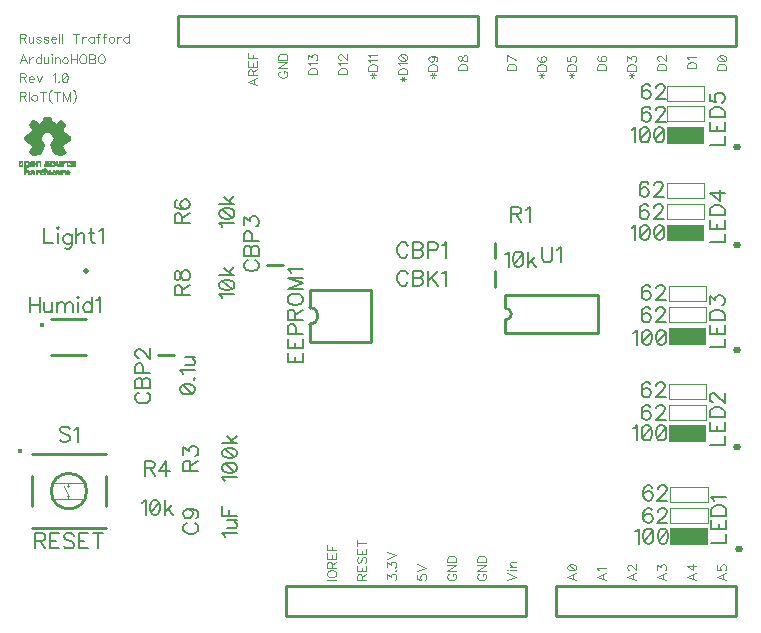
<source format=gto>
G04 DipTrace 3.1.0.0*
G04 ArduinoUnoHOBO.gto*
%MOIN*%
G04 #@! TF.FileFunction,Legend,Top*
G04 #@! TF.Part,Single*
%ADD10C,0.009843*%
%ADD12C,0.003*%
%ADD16C,0.001312*%
%ADD23C,0.015422*%
%ADD26O,0.024956X0.023924*%
%ADD28O,0.01998X0.019388*%
%ADD31C,0.003937*%
%ADD32C,0.015723*%
%ADD67C,0.00772*%
%ADD68C,0.004632*%
%FSLAX26Y26*%
G04*
G70*
G90*
G75*
G01*
G04 TopSilk*
%LPD*%
X2344027Y544002D2*
D10*
X2943973D1*
Y444000D1*
X2344027D1*
Y544002D1*
X2141789Y1594694D2*
Y1543552D1*
Y1688454D2*
Y1637312D1*
X1018497Y1316702D2*
X1069639D1*
X1432280Y1615375D2*
X1381138D1*
X2943963Y2343998D2*
X2144037D1*
Y2444000D1*
X2943963D1*
Y2343998D1*
X2084020D2*
X1083980D1*
Y2444000D1*
X2084020D1*
Y2343998D1*
X1523010Y1359416D2*
X1727732D1*
X1523010Y1532613D2*
X1727732D1*
Y1359416D2*
Y1532613D1*
X1523010Y1359416D2*
Y1418444D1*
Y1473585D2*
Y1532613D1*
Y1418444D2*
G03X1523010Y1473585I-15J27571D01*
G01*
D23*
X628943Y1415946D3*
X659182Y1316196D2*
D10*
X777266D1*
X659182Y1434306D2*
X777266D1*
D26*
X2954091Y670274D3*
X2948109Y1332890D3*
Y1007856D3*
Y2007961D3*
Y1682927D3*
D28*
X777797Y1595718D3*
X1444037Y544002D2*
D10*
X2243963D1*
Y444000D1*
X1444037D1*
Y544002D1*
X661212Y861721D2*
G02X661212Y861721I59036J0D01*
G01*
X596242Y985733D2*
X842289D1*
X844254Y912891D2*
Y810552D1*
Y737710D2*
X596242D1*
Y810552D2*
Y912891D1*
X671039Y834150D2*
D31*
X765527D1*
X671039Y889319D2*
X765527D1*
X718283Y834150D2*
Y840076D1*
Y889319D2*
Y883366D1*
X714352Y844022D2*
G02X714352Y844022I3931J0D01*
G01*
Y877467D2*
G02X714352Y877467I3931J0D01*
G01*
X718283Y847969D2*
X704487Y879433D1*
D32*
X558824Y995579D3*
X2175127Y1389040D2*
D10*
X2482246D1*
X2175127Y1515012D2*
X2482246D1*
Y1389040D2*
Y1515012D1*
X2175127Y1389040D2*
Y1432338D1*
Y1471715D2*
Y1515012D1*
Y1432338D2*
G03X2175127Y1471715I-2J19689D01*
G01*
X2712993Y2212941D2*
D16*
X2838007D1*
Y2162936D1*
X2712993D1*
Y2212941D1*
Y2144184D2*
X2838007D1*
Y2094178D1*
X2712993D1*
Y2144184D1*
G36*
Y2075427D2*
X2838007D1*
Y2019171D1*
X2712993D1*
Y2075427D1*
G37*
Y1887907D2*
D16*
X2838007D1*
Y1837902D1*
X2712993D1*
Y1887907D1*
Y1819150D2*
X2838007D1*
Y1769144D1*
X2712993D1*
Y1819150D1*
G36*
Y1750392D2*
X2838007D1*
Y1694136D1*
X2712993D1*
Y1750392D1*
G37*
X2719244Y1544121D2*
D16*
X2844257D1*
Y1494115D1*
X2719244D1*
Y1544121D1*
Y1475364D2*
X2844257D1*
Y1425358D1*
X2719244D1*
Y1475364D1*
G36*
Y1406606D2*
X2844257D1*
Y1350350D1*
X2719244D1*
Y1406606D1*
G37*
Y1219087D2*
D16*
X2844257D1*
Y1169081D1*
X2719244D1*
Y1219087D1*
Y1150329D2*
X2844257D1*
Y1100324D1*
X2719244D1*
Y1150329D1*
G36*
Y1081572D2*
X2844257D1*
Y1025316D1*
X2719244D1*
Y1081572D1*
G37*
X2725495Y875301D2*
D16*
X2850508D1*
Y825295D1*
X2725495D1*
Y875301D1*
Y806543D2*
X2850508D1*
Y756538D1*
X2725495D1*
Y806543D1*
G36*
Y737786D2*
X2850508D1*
Y681530D1*
X2725495D1*
Y737786D1*
G37*
X637266Y2109930D2*
D12*
X658266D1*
X636241Y2106930D2*
X659292D1*
X635324Y2103930D2*
X660208D1*
X634521Y2100930D2*
X661011D1*
X598266Y2097930D2*
X604266D1*
X633600D2*
X661932D1*
X691266D2*
X694266D1*
X595278Y2094930D2*
X608319D1*
X630775D2*
X664758D1*
X687214D2*
X697718D1*
X592407Y2091930D2*
X612339D1*
X626813D2*
X668720D1*
X683194D2*
X701333D1*
X590024Y2088930D2*
X616266D1*
X622266D2*
X673266D1*
X679266D2*
X704493D1*
X588241Y2085930D2*
X706894D1*
X588412Y2082930D2*
X706969D1*
X589840Y2079930D2*
X705623D1*
X591487Y2076930D2*
X704018D1*
X593313Y2073930D2*
X702209D1*
X595074Y2070930D2*
X700455D1*
X596501Y2067930D2*
X699031D1*
X596255Y2064930D2*
X699277D1*
X595533Y2061930D2*
X700000D1*
X593474Y2058930D2*
X702058D1*
X588673Y2055930D2*
X637278D1*
X658255D2*
X706860D1*
X582800Y2052930D2*
X634384D1*
X661137D2*
X712733D1*
X577557Y2049930D2*
X631778D1*
X663650D2*
X717976D1*
X573613Y2046930D2*
X629625D1*
X665546D2*
X721920D1*
X572372Y2043930D2*
X627999D1*
X667026D2*
X723161D1*
X571724Y2040930D2*
X626797D1*
X668564D2*
X723809D1*
X571476Y2037930D2*
X627037D1*
X670266D2*
X724057D1*
X571441Y2034930D2*
X627622D1*
X668395D2*
X724092D1*
X572554Y2031930D2*
X628513D1*
X666566D2*
X722979D1*
X576762Y2028930D2*
X630043D1*
X664484D2*
X718771D1*
X582176Y2025930D2*
X632388D1*
X661957D2*
X713357D1*
X587247Y2022930D2*
X635056D1*
X659449D2*
X708285D1*
X591016Y2019930D2*
X637477D1*
X657422D2*
X704517D1*
X593756Y2016930D2*
X638065D1*
X657188D2*
X701777D1*
X596043Y2013930D2*
X637343D1*
X658055D2*
X699490D1*
X598266Y2010930D2*
X636341D1*
X659135D2*
X697266D1*
X596292Y2007930D2*
X635302D1*
X660209D2*
X699229D1*
X594197Y2004930D2*
X634303D1*
X661222D2*
X701231D1*
X591894Y2001930D2*
X633165D1*
X662365D2*
X703277D1*
X589805Y1998930D2*
X631860D1*
X663660D2*
X705239D1*
X588187Y1995930D2*
X630397D1*
X665030D2*
X707209D1*
X588441Y1992930D2*
X628406D1*
X666745D2*
X709266D1*
X590314Y1989930D2*
X625702D1*
X669040D2*
X706266D1*
X592708Y1986930D2*
X619875D1*
X674889D2*
X703266D1*
X595428Y1983930D2*
X613529D1*
X681574D2*
X700266D1*
X598266Y1980930D2*
X607266D1*
X688266D2*
X697266D1*
X553266Y1962930D2*
X565266D1*
X571266D2*
X583266D1*
X592266D2*
X604266D1*
X610266D2*
X625266D1*
X640266D2*
X652266D1*
X658266D2*
X670266D1*
X676266D2*
X679266D1*
X688266D2*
X739266D1*
X553266Y1959930D2*
X565266D1*
X571266D2*
X604266D1*
X610266D2*
X625266D1*
X639054D2*
X650860D1*
X658266D2*
X679389D1*
X688266D2*
X739266D1*
X553266Y1956930D2*
X556818D1*
X562266D2*
X565266D1*
X571266D2*
X574266D1*
X583266D2*
X595266D1*
X601266D2*
X613266D1*
X622266D2*
X625266D1*
X639040D2*
X649266D1*
X658266D2*
X661266D1*
X666715D2*
X679855D1*
X688266D2*
X703856D1*
X712266D2*
X715266D1*
X723715D2*
X733266D1*
X739266D2*
D3*
X553266Y1953930D2*
X554871D1*
X562266D2*
X565266D1*
X571266D2*
X574266D1*
X583266D2*
X613266D1*
X622266D2*
X625266D1*
X639049D2*
X652266D1*
X658266D2*
X661266D1*
X668662D2*
X680881D1*
X688266D2*
X702101D1*
X712266D2*
X715266D1*
X725662D2*
X739266D1*
X553266Y1950930D2*
D3*
X562266D2*
X565266D1*
X571266D2*
X574266D1*
X583266D2*
X613266D1*
X622266D2*
X625266D1*
X638652D2*
X661266D1*
X670266D2*
X682266D1*
X688266D2*
X701094D1*
X712266D2*
X715266D1*
X727266D2*
X739266D1*
X553266Y1947930D2*
X565266D1*
X571266D2*
X604266D1*
X610266D2*
X613266D1*
X622266D2*
X625266D1*
X637977D2*
X700583D1*
X712266D2*
X739266D1*
X553266Y1944930D2*
X565266D1*
X571266D2*
X588622D1*
X592266D2*
X604266D1*
X610266D2*
X613266D1*
X622266D2*
X625266D1*
X637266D2*
X652266D1*
X658266D2*
X670266D1*
X679266D2*
X700266D1*
X712266D2*
X739266D1*
X571266Y1941930D2*
X581561D1*
X571266Y1938930D2*
X576622D1*
X637266D2*
X640266D1*
X571266Y1935930D2*
X574266D1*
X633048D2*
X642923D1*
X571266Y1932930D2*
X583266D1*
X592266D2*
X601266D1*
X610266D2*
X622266D1*
X628266D2*
X646016D1*
X655266D2*
X658266D1*
X667266D2*
X670266D1*
X676266D2*
X685266D1*
X691266D2*
X706266D1*
X712266D2*
X718266D1*
X571266Y1929930D2*
X602651D1*
X610266D2*
X649266D1*
X655266D2*
X658266D1*
X667266D2*
X720103D1*
X571266Y1926930D2*
X586266D1*
X592266D2*
X595266D1*
X601266D2*
X603513D1*
X610266D2*
X670266D1*
X676266D2*
D3*
X682266D2*
X712266D1*
X718266D2*
X721595D1*
X571266Y1923930D2*
X574266D1*
X583266D2*
X586266D1*
X592266D2*
X603950D1*
X610266D2*
X613266D1*
X625266D2*
X628266D1*
X637266D2*
X640266D1*
X646266D2*
X697266D1*
X706266D2*
X722714D1*
X571266Y1920930D2*
X574266D1*
X583266D2*
X604150D1*
X610266D2*
X613266D1*
X625266D2*
X628266D1*
X637266D2*
X640266D1*
X646266D2*
X667266D1*
X673266D2*
X697266D1*
X706266D2*
X722189D1*
X571266Y1917930D2*
X574266D1*
X583266D2*
X595266D1*
X601266D2*
X604266D1*
X610266D2*
X613266D1*
X625266D2*
X640266D1*
X646266D2*
X676266D1*
X682266D2*
X697266D1*
X706266D2*
X712266D1*
X718266D2*
X721266D1*
X637266Y2109930D2*
X636241Y2106930D1*
X635324Y2103930D1*
X634521Y2100930D1*
X633600Y2097930D1*
X630775Y2094930D1*
X626813Y2091930D1*
X622266Y2088930D1*
X658266Y2109930D2*
X659292Y2106930D1*
X660208Y2103930D1*
X661011Y2100930D1*
X661932Y2097930D1*
X664758Y2094930D1*
X668720Y2091930D1*
X673266Y2088930D1*
X598266Y2097930D2*
X595278Y2094930D1*
X592407Y2091930D1*
X590024Y2088930D1*
X588241Y2085930D1*
X588412Y2082930D1*
X589840Y2079930D1*
X591487Y2076930D1*
X593313Y2073930D1*
X595074Y2070930D1*
X596501Y2067930D1*
X596255Y2064930D1*
X595533Y2061930D1*
X593474Y2058930D1*
X588673Y2055930D1*
X582800Y2052930D1*
X577557Y2049930D1*
X573613Y2046930D1*
X572372Y2043930D1*
X571724Y2040930D1*
X571476Y2037930D1*
X571441Y2034930D1*
X572554Y2031930D1*
X576762Y2028930D1*
X582176Y2025930D1*
X587247Y2022930D1*
X591016Y2019930D1*
X593756Y2016930D1*
X596043Y2013930D1*
X598266Y2010930D1*
X596292Y2007930D1*
X594197Y2004930D1*
X591894Y2001930D1*
X589805Y1998930D1*
X588187Y1995930D1*
X588441Y1992930D1*
X590314Y1989930D1*
X592708Y1986930D1*
X595428Y1983930D1*
X598266Y1980930D1*
X604266Y2097930D2*
X608319Y2094930D1*
X612339Y2091930D1*
X616266Y2088930D1*
X691266Y2097930D2*
X687214Y2094930D1*
X683194Y2091930D1*
X679266Y2088930D1*
X694266Y2097930D2*
X697718Y2094930D1*
X701333Y2091930D1*
X704493Y2088930D1*
X706894Y2085930D1*
X706969Y2082930D1*
X705623Y2079930D1*
X704018Y2076930D1*
X702209Y2073930D1*
X700455Y2070930D1*
X699031Y2067930D1*
X699277Y2064930D1*
X700000Y2061930D1*
X702058Y2058930D1*
X706860Y2055930D1*
X712733Y2052930D1*
X717976Y2049930D1*
X721920Y2046930D1*
X723161Y2043930D1*
X723809Y2040930D1*
X724057Y2037930D1*
X724092Y2034930D1*
X722979Y2031930D1*
X718771Y2028930D1*
X713357Y2025930D1*
X708285Y2022930D1*
X704517Y2019930D1*
X701777Y2016930D1*
X699490Y2013930D1*
X697266Y2010930D1*
X699229Y2007930D1*
X701231Y2004930D1*
X703277Y2001930D1*
X705239Y1998930D1*
X707209Y1995930D1*
X709266Y1992930D1*
X706266Y1989930D1*
X703266Y1986930D1*
X700266Y1983930D1*
X697266Y1980930D1*
X640266Y2058930D2*
X637278Y2055930D1*
X634384Y2052930D1*
X631778Y2049930D1*
X629625Y2046930D1*
X627999Y2043930D1*
X626797Y2040930D1*
X627037Y2037930D1*
X627622Y2034930D1*
X628513Y2031930D1*
X630043Y2028930D1*
X632388Y2025930D1*
X635056Y2022930D1*
X637477Y2019930D1*
X638065Y2016930D1*
X637343Y2013930D1*
X636341Y2010930D1*
X635302Y2007930D1*
X634303Y2004930D1*
X633165Y2001930D1*
X631860Y1998930D1*
X630397Y1995930D1*
X628406Y1992930D1*
X625702Y1989930D1*
X619875Y1986930D1*
X613529Y1983930D1*
X607266Y1980930D1*
X655266Y2058930D2*
X658255Y2055930D1*
X661137Y2052930D1*
X663650Y2049930D1*
X665546Y2046930D1*
X667026Y2043930D1*
X668564Y2040930D1*
X670266Y2037930D1*
X668395Y2034930D1*
X666566Y2031930D1*
X664484Y2028930D1*
X661957Y2025930D1*
X659449Y2022930D1*
X657422Y2019930D1*
X657188Y2016930D1*
X658055Y2013930D1*
X659135Y2010930D1*
X660209Y2007930D1*
X661222Y2004930D1*
X662365Y2001930D1*
X663660Y1998930D1*
X665030Y1995930D1*
X666745Y1992930D1*
X669040Y1989930D1*
X674889Y1986930D1*
X681574Y1983930D1*
X688266Y1980930D1*
X553266Y1962930D2*
Y1959930D1*
Y1956930D1*
Y1953930D1*
Y1950930D1*
Y1947930D1*
Y1944930D1*
X565266Y1962930D2*
Y1959930D1*
Y1956930D1*
Y1953930D1*
Y1950930D1*
Y1947930D1*
Y1944930D1*
X571266Y1962930D2*
Y1959930D1*
Y1956930D1*
Y1953930D1*
Y1950930D1*
Y1947930D1*
Y1944930D1*
Y1941930D1*
Y1938930D1*
Y1935930D1*
Y1932930D1*
Y1929930D1*
Y1926930D1*
Y1923930D1*
Y1920930D1*
Y1917930D1*
X583266Y1962930D2*
X592266D2*
X604266D2*
Y1959930D1*
X610266Y1962930D2*
Y1959930D1*
X625266Y1962930D2*
Y1959930D1*
Y1956930D1*
Y1953930D1*
Y1950930D1*
Y1947930D1*
Y1944930D1*
X640266Y1962930D2*
X639054Y1959930D1*
X639040Y1956930D1*
X639049Y1953930D1*
X638652Y1950930D1*
X637977Y1947930D1*
X637266Y1944930D1*
X652266Y1962930D2*
X650860Y1959930D1*
X649266Y1956930D1*
X652266Y1953930D1*
X658266Y1962930D2*
Y1959930D1*
Y1956930D1*
Y1953930D1*
X670266Y1962930D2*
X676266D2*
X679266D2*
X679389Y1959930D1*
X679855Y1956930D1*
X680881Y1953930D1*
X682266Y1950930D1*
X688266Y1962930D2*
Y1959930D1*
Y1956930D1*
Y1953930D1*
Y1950930D1*
X739266Y1962930D2*
Y1959930D1*
Y1956930D1*
Y1953930D1*
Y1950930D1*
Y1947930D1*
Y1944930D1*
X559266Y1959930D2*
X556818Y1956930D1*
X554871Y1953930D1*
X553266Y1950930D1*
X562266Y1959930D2*
Y1956930D1*
Y1953930D1*
Y1950930D1*
X574266Y1959930D2*
Y1956930D1*
Y1953930D1*
Y1950930D1*
X583266Y1959930D2*
Y1956930D1*
Y1953930D1*
Y1950930D1*
X598266Y1959930D2*
X595266Y1956930D1*
X598266Y1959930D2*
X601266Y1956930D1*
X613266Y1959930D2*
Y1956930D1*
Y1953930D1*
Y1950930D1*
Y1947930D1*
Y1944930D1*
X622266Y1959930D2*
Y1956930D1*
Y1953930D1*
Y1950930D1*
Y1947930D1*
Y1944930D1*
X661266Y1959930D2*
Y1956930D1*
Y1953930D1*
Y1950930D1*
X664266Y1959930D2*
X666715Y1956930D1*
X668662Y1953930D1*
X670266Y1950930D1*
X706266Y1959930D2*
X703856Y1956930D1*
X702101Y1953930D1*
X701094Y1950930D1*
X700583Y1947930D1*
X700266Y1944930D1*
X712266Y1959930D2*
Y1956930D1*
Y1953930D1*
Y1950930D1*
Y1947930D1*
Y1944930D1*
X715266Y1959930D2*
Y1956930D1*
Y1953930D1*
Y1950930D1*
X721266Y1959930D2*
X723715Y1956930D1*
X725662Y1953930D1*
X727266Y1950930D1*
X736266Y1959930D2*
X733266Y1956930D1*
X604266Y1950930D2*
Y1947930D1*
Y1944930D1*
X610266Y1950930D2*
Y1947930D1*
Y1944930D1*
X598266Y1947930D2*
X588622Y1944930D1*
X581561Y1941930D1*
X576622Y1938930D1*
X574266Y1935930D1*
X583266Y1932930D1*
X589266Y1947930D2*
X592266Y1944930D1*
X655266Y1947930D2*
X652266Y1944930D1*
X655266Y1947930D2*
X658266Y1944930D1*
X673266Y1947930D2*
X670266Y1944930D1*
X676266Y1947930D2*
X679266Y1944930D1*
X637266Y1938930D2*
X633048Y1935930D1*
X628266Y1932930D1*
X640266Y1938930D2*
X642923Y1935930D1*
X646016Y1932930D1*
X649266Y1929930D1*
X592266Y1932930D2*
X601266D2*
X602651Y1929930D1*
X603513Y1926930D1*
X603950Y1923930D1*
X604150Y1920930D1*
X604266Y1917930D1*
X610266Y1932930D2*
Y1929930D1*
Y1926930D1*
Y1923930D1*
Y1920930D1*
Y1917930D1*
X622266Y1932930D2*
X655266D2*
Y1929930D1*
X658266Y1932930D2*
Y1929930D1*
X667266Y1932930D2*
Y1929930D1*
X670266Y1932930D2*
X676266D2*
X685266D2*
X691266D2*
X706266D2*
X712266D2*
X718266D2*
X720103Y1929930D1*
X721595Y1926930D1*
X722714Y1923930D1*
X722189Y1920930D1*
X721266Y1917930D1*
X586266Y1929930D2*
Y1926930D1*
Y1923930D1*
X592266Y1929930D2*
Y1926930D1*
Y1923930D1*
X598266Y1929930D2*
X595266Y1926930D1*
X598266Y1929930D2*
X601266Y1926930D1*
X673266Y1929930D2*
X670266Y1926930D1*
X673266Y1929930D2*
X676266Y1926930D1*
X679266Y1929930D2*
X682266Y1926930D1*
X715266Y1929930D2*
X712266Y1926930D1*
X715266Y1929930D2*
X718266Y1926930D1*
X574266D2*
Y1923930D1*
Y1920930D1*
Y1917930D1*
X583266Y1926930D2*
Y1923930D1*
Y1920930D1*
Y1917930D1*
X613266Y1926930D2*
Y1923930D1*
Y1920930D1*
Y1917930D1*
X625266Y1926930D2*
Y1923930D1*
Y1920930D1*
Y1917930D1*
X628266Y1926930D2*
Y1923930D1*
Y1920930D1*
X637266Y1926930D2*
Y1923930D1*
Y1920930D1*
X640266Y1926930D2*
Y1923930D1*
Y1920930D1*
Y1917930D1*
X646266Y1926930D2*
Y1923930D1*
Y1920930D1*
Y1917930D1*
X697266Y1926930D2*
Y1923930D1*
Y1920930D1*
Y1917930D1*
X706266Y1926930D2*
Y1923930D1*
Y1920930D1*
Y1917930D1*
X670266Y1923930D2*
X667266Y1920930D1*
X670266Y1923930D2*
X673266Y1920930D1*
X598266D2*
X595266Y1917930D1*
X598266Y1920930D2*
X601266Y1917930D1*
X679266Y1920930D2*
X676266Y1917930D1*
X679266Y1920930D2*
X682266Y1917930D1*
X715266Y1920930D2*
X712266Y1917930D1*
X715266Y1920930D2*
X718266Y1917930D1*
X1113114Y755234D2*
D67*
X1108361Y752858D1*
X1103553Y748049D1*
X1101176Y743296D1*
Y733735D1*
X1103552Y728926D1*
X1108361Y724173D1*
X1113114Y721741D1*
X1120299Y719365D1*
X1132293D1*
X1139422Y721741D1*
X1144231Y724173D1*
X1148984Y728926D1*
X1151416Y733735D1*
Y743296D1*
X1148984Y748049D1*
X1144231Y752858D1*
X1139422Y755234D1*
X1117923Y801790D2*
X1125108Y799359D1*
X1129916Y794605D1*
X1132293Y787420D1*
Y785044D1*
X1129916Y777859D1*
X1125108Y773106D1*
X1117923Y770674D1*
X1115546D1*
X1108361Y773106D1*
X1103608Y777859D1*
X1101231Y785044D1*
Y787420D1*
X1103608Y794605D1*
X1108361Y799359D1*
X1117923Y801790D1*
X1129916D1*
X1141854Y799359D1*
X1149039Y794605D1*
X1151416Y787420D1*
Y782667D1*
X1149039Y775482D1*
X1144231Y773106D1*
X1240345Y710429D2*
X1237913Y715237D1*
X1230783Y722423D1*
X1280968Y722422D1*
X1247474Y737862D2*
X1271406D1*
X1278536Y740238D1*
X1280968Y745047D1*
Y752232D1*
X1278536Y756985D1*
X1271406Y764170D1*
X1247474D2*
X1280968D1*
X1230728Y810726D2*
Y779609D1*
X1280968D1*
X1254659D2*
Y798732D1*
X1851180Y1584928D2*
X1848803Y1589681D1*
X1843995Y1594490D1*
X1839241Y1596866D1*
X1829680D1*
X1824871Y1594490D1*
X1820118Y1589681D1*
X1817686Y1584928D1*
X1815310Y1577743D1*
Y1565749D1*
X1817686Y1558620D1*
X1820118Y1553811D1*
X1824871Y1549058D1*
X1829680Y1546626D1*
X1839241D1*
X1843995Y1549058D1*
X1848803Y1553811D1*
X1851180Y1558620D1*
X1866619Y1596866D2*
Y1546626D1*
X1888174D1*
X1895359Y1549058D1*
X1897736Y1551435D1*
X1900112Y1556188D1*
Y1563373D1*
X1897736Y1568181D1*
X1895359Y1570558D1*
X1888174Y1572934D1*
X1895359Y1575366D1*
X1897736Y1577743D1*
X1900112Y1582496D1*
Y1587304D1*
X1897736Y1592058D1*
X1895359Y1594490D1*
X1888174Y1596866D1*
X1866619D1*
Y1572934D2*
X1888174D1*
X1915552Y1596866D2*
Y1546626D1*
X1949045Y1596866D2*
X1915552Y1563373D1*
X1927490Y1575366D2*
X1949045Y1546626D1*
X1964484Y1587249D2*
X1969293Y1589681D1*
X1976478Y1596811D1*
Y1546626D1*
X1851180Y1678688D2*
X1848803Y1683441D1*
X1843995Y1688249D1*
X1839241Y1690626D1*
X1829680D1*
X1824871Y1688249D1*
X1820118Y1683441D1*
X1817686Y1678688D1*
X1815310Y1671503D1*
Y1659509D1*
X1817686Y1652379D1*
X1820118Y1647571D1*
X1824871Y1642818D1*
X1829680Y1640386D1*
X1839241D1*
X1843995Y1642818D1*
X1848803Y1647571D1*
X1851180Y1652379D1*
X1866619Y1690626D2*
Y1640386D1*
X1888174D1*
X1895359Y1642818D1*
X1897736Y1645194D1*
X1900112Y1649948D1*
Y1657133D1*
X1897736Y1661941D1*
X1895359Y1664318D1*
X1888174Y1666694D1*
X1895359Y1669126D1*
X1897736Y1671503D1*
X1900112Y1676256D1*
Y1681064D1*
X1897736Y1685818D1*
X1895359Y1688249D1*
X1888174Y1690626D1*
X1866619D1*
Y1666694D2*
X1888174D1*
X1915552Y1664318D2*
X1937107D1*
X1944236Y1666694D1*
X1946668Y1669126D1*
X1949045Y1673879D1*
Y1681064D1*
X1946668Y1685818D1*
X1944236Y1688249D1*
X1937107Y1690626D1*
X1915552D1*
Y1640386D1*
X1964484Y1681009D2*
X1969293Y1683441D1*
X1976478Y1690571D1*
Y1640386D1*
X953256Y1190362D2*
X948503Y1187985D1*
X943694Y1183177D1*
X941318Y1178423D1*
Y1168862D1*
X943694Y1164053D1*
X948503Y1159300D1*
X953256Y1156868D1*
X960441Y1154492D1*
X972434D1*
X979564Y1156868D1*
X984373Y1159300D1*
X989126Y1164053D1*
X991558Y1168862D1*
Y1178423D1*
X989126Y1183177D1*
X984373Y1187985D1*
X979564Y1190362D1*
X941318Y1205801D2*
X991558D1*
Y1227356D1*
X989126Y1234541D1*
X986749Y1236918D1*
X981996Y1239294D1*
X974811D1*
X970003Y1236918D1*
X967626Y1234541D1*
X965249Y1227356D1*
X962818Y1234541D1*
X960441Y1236918D1*
X955688Y1239294D1*
X950879D1*
X946126Y1236918D1*
X943694Y1234541D1*
X941318Y1227356D1*
Y1205801D1*
X965249D2*
Y1227356D1*
X967626Y1254733D2*
Y1276289D1*
X965249Y1283418D1*
X962817Y1285850D1*
X958064Y1288227D1*
X950879D1*
X946126Y1285850D1*
X943694Y1283418D1*
X941318Y1276289D1*
Y1254733D1*
X991558D1*
X953311Y1306098D2*
X950935D1*
X946126Y1308474D1*
X943750Y1310851D1*
X941373Y1315659D1*
Y1325221D1*
X943750Y1329974D1*
X946126Y1332351D1*
X950935Y1334783D1*
X955688D1*
X960496Y1332351D1*
X967626Y1327598D1*
X991558Y1303666D1*
Y1337159D1*
X1090610Y1198735D2*
X1092986Y1191550D1*
X1100171Y1186742D1*
X1112110Y1184365D1*
X1119295D1*
X1131233Y1186742D1*
X1138418Y1191550D1*
X1140795Y1198735D1*
Y1203488D1*
X1138418Y1210673D1*
X1131233Y1215426D1*
X1119295Y1217858D1*
X1112110D1*
X1100171Y1215426D1*
X1092986Y1210673D1*
X1090610Y1203488D1*
Y1198735D1*
X1100171Y1215426D2*
X1131233Y1186742D1*
X1135986Y1235674D2*
X1138418Y1233297D1*
X1140795Y1235674D1*
X1138418Y1238106D1*
X1135986Y1235674D1*
X1100171Y1253545D2*
X1097740Y1258354D1*
X1090610Y1265539D1*
X1140795D1*
X1107301Y1280978D2*
X1131233D1*
X1138363Y1283354D1*
X1140795Y1288163D1*
Y1295348D1*
X1138363Y1300101D1*
X1131233Y1307286D1*
X1107301D2*
X1140795D1*
X1315896Y1630788D2*
X1311143Y1628412D1*
X1306335Y1623603D1*
X1303958Y1618850D1*
Y1609288D1*
X1306335Y1604480D1*
X1311143Y1599727D1*
X1315896Y1597295D1*
X1323081Y1594918D1*
X1335075D1*
X1342205Y1597295D1*
X1347013Y1599727D1*
X1351766Y1604480D1*
X1354198Y1609288D1*
Y1618850D1*
X1351766Y1623603D1*
X1347013Y1628412D1*
X1342205Y1630788D1*
X1303958Y1646227D2*
X1354198D1*
Y1667782D1*
X1351766Y1674967D1*
X1349390Y1677344D1*
X1344636Y1679721D1*
X1337451D1*
X1332643Y1677344D1*
X1330266Y1674967D1*
X1327890Y1667782D1*
X1325458Y1674967D1*
X1323081Y1677344D1*
X1318328Y1679721D1*
X1313520D1*
X1308767Y1677344D1*
X1306335Y1674968D1*
X1303958Y1667782D1*
Y1646227D1*
X1327890D2*
Y1667782D1*
X1330266Y1695160D2*
Y1716715D1*
X1327890Y1723845D1*
X1325458Y1726277D1*
X1320705Y1728653D1*
X1313520D1*
X1308767Y1726277D1*
X1306335Y1723845D1*
X1303958Y1716715D1*
Y1695160D1*
X1354198D1*
X1304013Y1748901D2*
Y1775154D1*
X1323137Y1760839D1*
Y1768024D1*
X1325513Y1772777D1*
X1327890Y1775154D1*
X1335075Y1777586D1*
X1339828D1*
X1347013Y1775154D1*
X1351821Y1770401D1*
X1354198Y1763216D1*
Y1756031D1*
X1351821Y1748901D1*
X1349390Y1746524D1*
X1344636Y1744092D1*
X1449787Y1321960D2*
Y1290899D1*
X1500027D1*
Y1321960D1*
X1473719Y1290899D2*
Y1310022D1*
X1449787Y1368461D2*
Y1337399D1*
X1500027D1*
Y1368461D1*
X1473719Y1337399D2*
Y1356523D1*
X1476096Y1383900D2*
Y1405455D1*
X1473719Y1412585D1*
X1471287Y1415017D1*
X1466534Y1417393D1*
X1459349D1*
X1454596Y1415017D1*
X1452164Y1412585D1*
X1449787Y1405455D1*
Y1383900D1*
X1500027D1*
X1473719Y1432833D2*
Y1454333D1*
X1471287Y1461518D1*
X1468911Y1463949D1*
X1464158Y1466326D1*
X1459349D1*
X1454596Y1463949D1*
X1452164Y1461518D1*
X1449787Y1454333D1*
Y1432833D1*
X1500027D1*
X1473719Y1449579D2*
X1500027Y1466326D1*
X1449787Y1496135D2*
X1452164Y1491327D1*
X1456972Y1486574D1*
X1461726Y1484142D1*
X1468911Y1481765D1*
X1480904D1*
X1488034Y1484142D1*
X1492842Y1486574D1*
X1497596Y1491327D1*
X1500027Y1496135D1*
Y1505697D1*
X1497596Y1510450D1*
X1492842Y1515259D1*
X1488034Y1517635D1*
X1480904Y1520012D1*
X1468911D1*
X1461726Y1517635D1*
X1456972Y1515259D1*
X1452164Y1510450D1*
X1449787Y1505697D1*
Y1496135D1*
X1500027Y1573698D2*
X1449787D1*
X1500027Y1554574D1*
X1449787Y1535451D1*
X1500027D1*
X1459404Y1589137D2*
X1456972Y1593945D1*
X1449843Y1601130D1*
X1500027D1*
X589049Y1507529D2*
Y1457289D1*
X622542Y1507529D2*
Y1457289D1*
X589049Y1483597D2*
X622542D1*
X637982Y1490782D2*
Y1466850D1*
X640358Y1459721D1*
X645167Y1457289D1*
X652352D1*
X657105Y1459721D1*
X664290Y1466850D1*
Y1490782D2*
Y1457289D1*
X679729Y1490782D2*
Y1457289D1*
Y1481221D2*
X686914Y1488406D1*
X691723Y1490782D1*
X698852D1*
X703661Y1488406D1*
X706037Y1481221D1*
Y1457289D1*
Y1481221D2*
X713222Y1488406D1*
X718031Y1490782D1*
X725161D1*
X729969Y1488406D1*
X732401Y1481221D1*
Y1457289D1*
X747840Y1507529D2*
X750217Y1505152D1*
X752649Y1507529D1*
X750217Y1509961D1*
X747840Y1507529D1*
X750217Y1490782D2*
Y1457289D1*
X796773Y1507529D2*
Y1457289D1*
Y1483597D2*
X792020Y1488406D1*
X787211Y1490782D1*
X780026D1*
X775273Y1488406D1*
X770465Y1483597D1*
X768088Y1476412D1*
Y1471659D1*
X770465Y1464474D1*
X775273Y1459721D1*
X780026Y1457289D1*
X787211D1*
X792020Y1459721D1*
X796773Y1464474D1*
X812212Y1497912D2*
X817021Y1500344D1*
X824206Y1507474D1*
Y1457289D1*
X2861623Y689819D2*
X2911863D1*
Y718504D1*
X2861623Y765005D2*
Y733943D1*
X2911863D1*
Y765005D1*
X2885555Y733943D2*
Y753066D1*
X2861623Y780444D2*
X2911863D1*
Y797191D1*
X2909432Y804376D1*
X2904678Y809184D1*
X2899870Y811561D1*
X2892740Y813937D1*
X2880747D1*
X2873562Y811561D1*
X2868808Y809184D1*
X2864000Y804376D1*
X2861623Y797191D1*
Y780444D1*
X2871240Y829376D2*
X2868808Y834185D1*
X2861679Y841370D1*
X2911863D1*
X2855642Y1341685D2*
X2905882D1*
Y1370370D1*
X2855642Y1416870D2*
Y1385809D1*
X2905882D1*
Y1416870D1*
X2879574Y1385809D2*
Y1404932D1*
X2855642Y1432309D2*
X2905882D1*
Y1449056D1*
X2903450Y1456241D1*
X2898697Y1461050D1*
X2893888Y1463426D1*
X2886759Y1465803D1*
X2874765D1*
X2867580Y1463426D1*
X2862827Y1461050D1*
X2858018Y1456241D1*
X2855642Y1449056D1*
Y1432309D1*
X2855697Y1486051D2*
Y1512304D1*
X2874820Y1497989D1*
Y1505174D1*
X2877197Y1509927D1*
X2879573Y1512304D1*
X2886759Y1514735D1*
X2891512D1*
X2898697Y1512304D1*
X2903505Y1507550D1*
X2905882Y1500365D1*
Y1493180D1*
X2903505Y1486050D1*
X2901073Y1483674D1*
X2896320Y1481242D1*
X2855642Y1016651D2*
X2905882D1*
Y1045335D1*
X2855642Y1091836D2*
Y1060775D1*
X2905882D1*
Y1091836D1*
X2879574Y1060775D2*
Y1079898D1*
X2855642Y1107275D2*
X2905882D1*
Y1124022D1*
X2903450Y1131207D1*
X2898697Y1136015D1*
X2893888Y1138392D1*
X2886759Y1140769D1*
X2874765D1*
X2867580Y1138392D1*
X2862827Y1136016D1*
X2858018Y1131207D1*
X2855642Y1124022D1*
Y1107275D1*
X2867635Y1158640D2*
X2865259D1*
X2860450Y1161016D1*
X2858074Y1163393D1*
X2855697Y1168201D1*
Y1177763D1*
X2858074Y1182516D1*
X2860450Y1184893D1*
X2865259Y1187325D1*
X2870012D1*
X2874820Y1184893D1*
X2881950Y1180140D1*
X2905882Y1156208D1*
Y1189701D1*
X2855642Y2016756D2*
X2905882D1*
Y2045440D1*
X2855642Y2091941D2*
Y2060880D1*
X2905882D1*
Y2091941D1*
X2879574Y2060880D2*
Y2080003D1*
X2855642Y2107380D2*
X2905882D1*
Y2124127D1*
X2903450Y2131312D1*
X2898697Y2136120D1*
X2893888Y2138497D1*
X2886759Y2140874D1*
X2874765D1*
X2867580Y2138497D1*
X2862827Y2136120D1*
X2858018Y2131312D1*
X2855642Y2124127D1*
Y2107380D1*
X2855697Y2184998D2*
Y2161121D1*
X2877197Y2158745D1*
X2874820Y2161121D1*
X2872388Y2168306D1*
Y2175436D1*
X2874820Y2182621D1*
X2879573Y2187430D1*
X2886759Y2189806D1*
X2891512D1*
X2898697Y2187430D1*
X2903505Y2182621D1*
X2905882Y2175436D1*
Y2168306D1*
X2903505Y2161121D1*
X2901073Y2158745D1*
X2896320Y2156313D1*
X2855642Y1690533D2*
X2905882D1*
Y1719218D1*
X2855642Y1765719D2*
Y1734657D1*
X2905882D1*
Y1765719D1*
X2879574Y1734657D2*
Y1753780D1*
X2855642Y1781158D2*
X2905882D1*
Y1797905D1*
X2903450Y1805090D1*
X2898697Y1809898D1*
X2893888Y1812275D1*
X2886759Y1814651D1*
X2874765D1*
X2867580Y1812275D1*
X2862827Y1809898D1*
X2858018Y1805090D1*
X2855642Y1797905D1*
Y1781158D1*
X2905882Y1854022D2*
X2855697D1*
X2889135Y1830090D1*
Y1865960D1*
X637001Y1738369D2*
Y1688129D1*
X665685D1*
X681125Y1738369D2*
X683501Y1735992D1*
X685933Y1738369D1*
X683501Y1740801D1*
X681125Y1738369D1*
X683501Y1721622D2*
Y1688129D1*
X730057Y1719245D2*
Y1680944D1*
X727681Y1673814D1*
X725304Y1671382D1*
X720496Y1669005D1*
X713311D1*
X708557Y1671382D1*
X730057Y1712060D2*
X725304Y1716814D1*
X720496Y1719245D1*
X713311D1*
X708557Y1716814D1*
X703749Y1712060D1*
X701372Y1704875D1*
Y1700067D1*
X703749Y1692937D1*
X708557Y1688129D1*
X713311Y1685752D1*
X720496D1*
X725304Y1688129D1*
X730057Y1692937D1*
X745496Y1738369D2*
Y1688129D1*
Y1712060D2*
X752682Y1719245D1*
X757490Y1721622D1*
X764675D1*
X769428Y1719245D1*
X771805Y1712060D1*
Y1688129D1*
X794429Y1738369D2*
Y1697690D1*
X796806Y1690561D1*
X801614Y1688129D1*
X806367D1*
X787244Y1721622D2*
X803991D1*
X821807Y1728752D2*
X826615Y1731184D1*
X833800Y1738313D1*
Y1688129D1*
X2195082Y1785457D2*
X2216581D1*
X2223766Y1787889D1*
X2226198Y1790265D1*
X2228575Y1795018D1*
Y1799827D1*
X2226198Y1804580D1*
X2223766Y1807012D1*
X2216581Y1809388D1*
X2195082D1*
Y1759148D1*
X2211828Y1785457D2*
X2228575Y1759148D1*
X2244014Y1799772D2*
X2248823Y1802203D1*
X2256008Y1809333D1*
Y1759148D1*
X2174208Y1650535D2*
X2179016Y1652967D1*
X2186201Y1660096D1*
Y1609912D1*
X2216011Y1660096D2*
X2208826Y1657720D1*
X2204017Y1650535D1*
X2201641Y1638596D1*
Y1631411D1*
X2204017Y1619473D1*
X2208826Y1612288D1*
X2216011Y1609912D1*
X2220764D1*
X2227949Y1612288D1*
X2232702Y1619473D1*
X2235134Y1631411D1*
Y1638596D1*
X2232702Y1650535D1*
X2227949Y1657720D1*
X2220764Y1660096D1*
X2216011D1*
X2232702Y1650535D2*
X2204017Y1619473D1*
X2250573Y1660152D2*
Y1609912D1*
X2274505Y1643405D2*
X2250573Y1619473D1*
X2260135Y1629035D2*
X2276881Y1609912D1*
X1125108Y930059D2*
Y951559D1*
X1122676Y958744D1*
X1120299Y961176D1*
X1115546Y963552D1*
X1110738D1*
X1105984Y961176D1*
X1103553Y958744D1*
X1101176Y951559D1*
Y930059D1*
X1151416D1*
X1125108Y946805D2*
X1151416Y963552D1*
X1101231Y983800D2*
Y1010053D1*
X1120354Y995738D1*
Y1002923D1*
X1122731Y1007676D1*
X1125108Y1010053D1*
X1132293Y1012485D1*
X1137046D1*
X1144231Y1010053D1*
X1149039Y1005300D1*
X1151416Y998115D1*
Y990930D1*
X1149039Y983800D1*
X1146607Y981423D1*
X1141854Y978991D1*
X1240345Y895469D2*
X1237913Y900277D1*
X1230783Y907462D1*
X1280968D1*
X1230783Y937271D2*
X1233160Y930086D1*
X1240345Y925278D1*
X1252283Y922901D1*
X1259468D1*
X1271406Y925278D1*
X1278591Y930086D1*
X1280968Y937271D1*
Y942025D1*
X1278591Y949210D1*
X1271406Y953963D1*
X1259468Y956395D1*
X1252283D1*
X1240345Y953963D1*
X1233160Y949210D1*
X1230783Y942025D1*
Y937271D1*
X1240345Y953963D2*
X1271406Y925278D1*
X1230783Y986204D2*
X1233160Y979019D1*
X1240345Y974211D1*
X1252283Y971834D1*
X1259468D1*
X1271406Y974210D1*
X1278591Y979019D1*
X1280968Y986204D1*
Y990957D1*
X1278591Y998142D1*
X1271406Y1002895D1*
X1259468Y1005327D1*
X1252283D1*
X1240345Y1002895D1*
X1233160Y998142D1*
X1230783Y990957D1*
Y986204D1*
X1240345Y1002895D2*
X1271406Y974210D1*
X1230728Y1020766D2*
X1280968D1*
X1247474Y1044698D2*
X1271406Y1020766D1*
X1261845Y1030328D2*
X1280968Y1047075D1*
X972625Y938026D2*
X994125D1*
X1001310Y940458D1*
X1003742Y942835D1*
X1006118Y947588D1*
Y952396D1*
X1003742Y957150D1*
X1001310Y959581D1*
X994125Y961958D1*
X972625D1*
Y911718D1*
X989372Y938026D2*
X1006118Y911718D1*
X1045489D2*
Y961903D1*
X1021558Y928465D1*
X1057428D1*
X963689Y822789D2*
X968498Y825221D1*
X975683Y832351D1*
Y782166D1*
X1005492Y832351D2*
X998307Y829974D1*
X993499Y822789D1*
X991122Y810851D1*
Y803666D1*
X993499Y791728D1*
X998307Y784543D1*
X1005492Y782166D1*
X1010245D1*
X1017430Y784543D1*
X1022184Y791728D1*
X1024616Y803666D1*
Y810851D1*
X1022184Y822789D1*
X1017430Y829974D1*
X1010245Y832351D1*
X1005492D1*
X1022184Y822789D2*
X993499Y791728D1*
X1040055Y832406D2*
Y782166D1*
X1063986Y815659D2*
X1040055Y791728D1*
X1049616Y801289D2*
X1066363Y782166D1*
X1096513Y1754252D2*
Y1775752D1*
X1094081Y1782937D1*
X1091705Y1785369D1*
X1086952Y1787746D1*
X1082143D1*
X1077390Y1785369D1*
X1074958Y1782937D1*
X1072581Y1775752D1*
Y1754252D1*
X1122821D1*
X1096513Y1770999D2*
X1122821Y1787746D1*
X1079766Y1831870D2*
X1075013Y1829493D1*
X1072637Y1822308D1*
Y1817555D1*
X1075013Y1810370D1*
X1082198Y1805562D1*
X1094137Y1803185D1*
X1106075D1*
X1115636Y1805562D1*
X1120445Y1810370D1*
X1122821Y1817555D1*
Y1819932D1*
X1120445Y1827061D1*
X1115636Y1831870D1*
X1108451Y1834246D1*
X1106075D1*
X1098890Y1831870D1*
X1094137Y1827061D1*
X1091760Y1819932D1*
Y1817555D1*
X1094137Y1810370D1*
X1098890Y1805562D1*
X1106075Y1803185D1*
X1231435Y1742913D2*
X1229003Y1747721D1*
X1221874Y1754906D1*
X1272058D1*
X1221874Y1784715D2*
X1224250Y1777530D1*
X1231435Y1772722D1*
X1243373Y1770345D1*
X1250558D1*
X1262497Y1772722D1*
X1269682Y1777530D1*
X1272058Y1784715D1*
Y1789469D1*
X1269682Y1796654D1*
X1262497Y1801407D1*
X1250558Y1803839D1*
X1243373D1*
X1231435Y1801407D1*
X1224250Y1796654D1*
X1221874Y1789469D1*
Y1784715D1*
X1231435Y1801407D2*
X1262497Y1772722D1*
X1221818Y1819278D2*
X1272058D1*
X1238565Y1843210D2*
X1262497Y1819278D1*
X1252935Y1828840D2*
X1272058Y1845586D1*
X1096513Y1515334D2*
Y1536834D1*
X1094081Y1544019D1*
X1091705Y1546451D1*
X1086952Y1548828D1*
X1082143D1*
X1077390Y1546451D1*
X1074958Y1544019D1*
X1072581Y1536834D1*
Y1515334D1*
X1122821D1*
X1096513Y1532081D2*
X1122821Y1548828D1*
X1072637Y1576205D2*
X1075013Y1569075D1*
X1079766Y1566644D1*
X1084575D1*
X1089328Y1569075D1*
X1091760Y1573829D1*
X1094137Y1583390D1*
X1096513Y1590575D1*
X1101322Y1595328D1*
X1106075Y1597705D1*
X1113260D1*
X1118013Y1595328D1*
X1120445Y1592952D1*
X1122821Y1585767D1*
Y1576205D1*
X1120445Y1569075D1*
X1118013Y1566644D1*
X1113260Y1564267D1*
X1106075D1*
X1101322Y1566644D1*
X1096513Y1571452D1*
X1094137Y1578582D1*
X1091760Y1588143D1*
X1089328Y1592952D1*
X1084575Y1595328D1*
X1079766D1*
X1075013Y1592952D1*
X1072637Y1585767D1*
Y1576205D1*
X1231435Y1505183D2*
X1229003Y1509991D1*
X1221874Y1517176D1*
X1272058D1*
X1221874Y1546986D2*
X1224250Y1539801D1*
X1231435Y1534992D1*
X1243373Y1532616D1*
X1250558D1*
X1262497Y1534992D1*
X1269682Y1539801D1*
X1272058Y1546986D1*
Y1551739D1*
X1269682Y1558924D1*
X1262497Y1563677D1*
X1250558Y1566109D1*
X1243373D1*
X1231435Y1563677D1*
X1224250Y1558924D1*
X1221874Y1551739D1*
Y1546986D1*
X1231435Y1563677D2*
X1262497Y1534992D1*
X1221818Y1581548D2*
X1272058D1*
X1238565Y1605480D2*
X1262497Y1581548D1*
X1252935Y1591110D2*
X1272058Y1607856D1*
X2664177Y873514D2*
X2661801Y878268D1*
X2654616Y880644D1*
X2649863D1*
X2642678Y878268D1*
X2637869Y871083D1*
X2635492Y859144D1*
Y847206D1*
X2637869Y837644D1*
X2642678Y832836D1*
X2649863Y830459D1*
X2652239D1*
X2659369Y832836D1*
X2664177Y837644D1*
X2666554Y844830D1*
Y847206D1*
X2664177Y854391D1*
X2659369Y859144D1*
X2652239Y861521D1*
X2649863D1*
X2642678Y859144D1*
X2637869Y854391D1*
X2635492Y847206D1*
X2684425Y868706D2*
Y871083D1*
X2686802Y875891D1*
X2689178Y878268D1*
X2693987Y880644D1*
X2703548D1*
X2708301Y878268D1*
X2710678Y875891D1*
X2713110Y871083D1*
Y866329D1*
X2710678Y861521D1*
X2705925Y854391D1*
X2681993Y830459D1*
X2715487D1*
X2657927Y1542335D2*
X2655550Y1547088D1*
X2648365Y1549464D1*
X2643612D1*
X2636427Y1547088D1*
X2631618Y1539903D1*
X2629242Y1527965D1*
Y1516026D1*
X2631618Y1506465D1*
X2636427Y1501656D1*
X2643612Y1499280D1*
X2645988D1*
X2653118Y1501656D1*
X2657927Y1506465D1*
X2660303Y1513650D1*
Y1516026D1*
X2657927Y1523211D1*
X2653118Y1527965D1*
X2645988Y1530341D1*
X2643612D1*
X2636427Y1527965D1*
X2631618Y1523211D1*
X2629242Y1516026D1*
X2678174Y1537526D2*
Y1539903D1*
X2680551Y1544711D1*
X2682928Y1547088D1*
X2687736Y1549464D1*
X2697298D1*
X2702051Y1547088D1*
X2704427Y1544711D1*
X2706859Y1539903D1*
Y1535150D1*
X2704427Y1530341D1*
X2699674Y1523211D1*
X2675743Y1499280D1*
X2709236D1*
X2657945Y1217294D2*
X2655568Y1222047D1*
X2648383Y1224424D1*
X2643630D1*
X2636445Y1222047D1*
X2631637Y1214862D1*
X2629260Y1202924D1*
Y1190986D1*
X2631637Y1181424D1*
X2636445Y1176616D1*
X2643630Y1174239D1*
X2646007D1*
X2653137Y1176616D1*
X2657945Y1181424D1*
X2660322Y1188609D1*
Y1190986D1*
X2657945Y1198171D1*
X2653137Y1202924D1*
X2646007Y1205300D1*
X2643630D1*
X2636445Y1202924D1*
X2631637Y1198171D1*
X2629260Y1190986D1*
X2678193Y1212485D2*
Y1214862D1*
X2680569Y1219671D1*
X2682946Y1222047D1*
X2687754Y1224424D1*
X2697316D1*
X2702069Y1222047D1*
X2704446Y1219671D1*
X2706878Y1214862D1*
Y1210109D1*
X2704446Y1205300D1*
X2699693Y1198171D1*
X2675761Y1174239D1*
X2709254D1*
X2658196Y2211286D2*
X2655819Y2216039D1*
X2648634Y2218416D1*
X2643881D1*
X2636696Y2216039D1*
X2631887Y2208854D1*
X2629511Y2196916D1*
Y2184978D1*
X2631887Y2175416D1*
X2636696Y2170608D1*
X2643881Y2168231D1*
X2646258D1*
X2653387Y2170608D1*
X2658196Y2175416D1*
X2660572Y2182601D1*
Y2184978D1*
X2658196Y2192163D1*
X2653387Y2196916D1*
X2646258Y2199293D1*
X2643881D1*
X2636696Y2196916D1*
X2631887Y2192163D1*
X2629511Y2184978D1*
X2678443Y2206478D2*
Y2208854D1*
X2680820Y2213663D1*
X2683197Y2216039D1*
X2688005Y2218416D1*
X2697567D1*
X2702320Y2216039D1*
X2704696Y2213663D1*
X2707128Y2208854D1*
Y2204101D1*
X2704696Y2199293D1*
X2699943Y2192163D1*
X2676012Y2168231D1*
X2709505D1*
X2651676Y1886121D2*
X2649299Y1890874D1*
X2642114Y1893250D1*
X2637361D1*
X2630176Y1890874D1*
X2625368Y1883689D1*
X2622991Y1871751D1*
Y1859812D1*
X2625368Y1850251D1*
X2630176Y1845442D1*
X2637361Y1843066D1*
X2639738D1*
X2646868Y1845442D1*
X2651676Y1850251D1*
X2654053Y1857436D1*
Y1859812D1*
X2651676Y1866997D1*
X2646868Y1871751D1*
X2639738Y1874127D1*
X2637361D1*
X2630176Y1871751D1*
X2625368Y1866997D1*
X2622991Y1859812D1*
X2671924Y1881312D2*
Y1883689D1*
X2674300Y1888497D1*
X2676677Y1890874D1*
X2681485Y1893250D1*
X2691047D1*
X2695800Y1890874D1*
X2698177Y1888497D1*
X2700609Y1883689D1*
Y1878936D1*
X2698177Y1874127D1*
X2693424Y1866997D1*
X2669492Y1843066D1*
X2702985D1*
X2664177Y798507D2*
X2661801Y803260D1*
X2654616Y805636D1*
X2649863D1*
X2642678Y803260D1*
X2637869Y796075D1*
X2635492Y784136D1*
Y772198D1*
X2637869Y762637D1*
X2642678Y757828D1*
X2649863Y755452D1*
X2652239D1*
X2659369Y757828D1*
X2664177Y762637D1*
X2666554Y769822D1*
Y772198D1*
X2664177Y779383D1*
X2659369Y784136D1*
X2652239Y786513D1*
X2649863D1*
X2642678Y784136D1*
X2637869Y779383D1*
X2635492Y772198D1*
X2684425Y793698D2*
Y796075D1*
X2686802Y800883D1*
X2689178Y803260D1*
X2693987Y805636D1*
X2703548D1*
X2708301Y803260D1*
X2710678Y800883D1*
X2713110Y796075D1*
Y791322D1*
X2710678Y786513D1*
X2705925Y779383D1*
X2681993Y755452D1*
X2715487D1*
X2657927Y1467327D2*
X2655550Y1472080D1*
X2648365Y1474457D1*
X2643612D1*
X2636427Y1472080D1*
X2631618Y1464895D1*
X2629242Y1452957D1*
Y1441018D1*
X2631618Y1431457D1*
X2636427Y1426648D1*
X2643612Y1424272D1*
X2645988D1*
X2653118Y1426648D1*
X2657927Y1431457D1*
X2660303Y1438642D1*
Y1441018D1*
X2657927Y1448203D1*
X2653118Y1452957D1*
X2645988Y1455333D1*
X2643612D1*
X2636427Y1452957D1*
X2631618Y1448203D1*
X2629242Y1441018D1*
X2678174Y1462518D2*
Y1464895D1*
X2680551Y1469703D1*
X2682928Y1472080D1*
X2687736Y1474457D1*
X2697298D1*
X2702051Y1472080D1*
X2704427Y1469703D1*
X2706859Y1464895D1*
Y1460142D1*
X2704427Y1455333D1*
X2699674Y1448203D1*
X2675743Y1424272D1*
X2709236D1*
X2657927Y1142293D2*
X2655550Y1147046D1*
X2648365Y1149422D1*
X2643612D1*
X2636427Y1147046D1*
X2631618Y1139861D1*
X2629242Y1127923D1*
Y1115984D1*
X2631618Y1106423D1*
X2636427Y1101614D1*
X2643612Y1099238D1*
X2645988D1*
X2653118Y1101614D1*
X2657927Y1106423D1*
X2660303Y1113608D1*
Y1115984D1*
X2657927Y1123169D1*
X2653118Y1127923D1*
X2645988Y1130299D1*
X2643612D1*
X2636427Y1127923D1*
X2631618Y1123169D1*
X2629242Y1115984D1*
X2678174Y1137484D2*
Y1139861D1*
X2680551Y1144669D1*
X2682928Y1147046D1*
X2687736Y1149422D1*
X2697298D1*
X2702051Y1147046D1*
X2704427Y1144669D1*
X2706859Y1139861D1*
Y1135108D1*
X2704427Y1130299D1*
X2699674Y1123169D1*
X2675743Y1099238D1*
X2709236D1*
X2658196Y2136278D2*
X2655819Y2141031D1*
X2648634Y2143408D1*
X2643881D1*
X2636696Y2141031D1*
X2631887Y2133846D1*
X2629511Y2121908D1*
Y2109970D1*
X2631887Y2100408D1*
X2636696Y2095600D1*
X2643881Y2093223D1*
X2646258D1*
X2653387Y2095600D1*
X2658196Y2100408D1*
X2660572Y2107593D1*
Y2109970D1*
X2658196Y2117155D1*
X2653387Y2121908D1*
X2646258Y2124285D1*
X2643881D1*
X2636696Y2121908D1*
X2631887Y2117155D1*
X2629511Y2109970D1*
X2678443Y2131470D2*
Y2133846D1*
X2680820Y2138655D1*
X2683197Y2141031D1*
X2688005Y2143408D1*
X2697567D1*
X2702320Y2141031D1*
X2704696Y2138655D1*
X2707128Y2133846D1*
Y2129093D1*
X2704696Y2124285D1*
X2699943Y2117155D1*
X2676012Y2093223D1*
X2709505D1*
X2651676Y1811113D2*
X2649299Y1815866D1*
X2642114Y1818243D1*
X2637361D1*
X2630176Y1815866D1*
X2625368Y1808681D1*
X2622991Y1796743D1*
Y1784805D1*
X2625368Y1775243D1*
X2630176Y1770434D1*
X2637361Y1768058D1*
X2639738D1*
X2646868Y1770434D1*
X2651676Y1775243D1*
X2654053Y1782428D1*
Y1784805D1*
X2651676Y1791990D1*
X2646868Y1796743D1*
X2639738Y1799119D1*
X2637361D1*
X2630176Y1796743D1*
X2625368Y1791990D1*
X2622991Y1784805D1*
X2671924Y1806304D2*
Y1808681D1*
X2674300Y1813489D1*
X2676677Y1815866D1*
X2681485Y1818243D1*
X2691047D1*
X2695800Y1815866D1*
X2698177Y1813489D1*
X2700609Y1808681D1*
Y1803928D1*
X2698177Y1799119D1*
X2693424Y1791990D1*
X2669492Y1768058D1*
X2702985D1*
X2607808Y727272D2*
X2612617Y729703D1*
X2619802Y736833D1*
Y686648D1*
X2649611Y736833D2*
X2642426Y734457D1*
X2637618Y727272D1*
X2635241Y715333D1*
Y708148D1*
X2637618Y696210D1*
X2642426Y689025D1*
X2649611Y686648D1*
X2654364D1*
X2661549Y689025D1*
X2666302Y696210D1*
X2668734Y708148D1*
Y715333D1*
X2666302Y727272D1*
X2661549Y734457D1*
X2654364Y736833D1*
X2649611D1*
X2666302Y727272D2*
X2637618Y696210D1*
X2698544Y736833D2*
X2691359Y734457D1*
X2686550Y727272D1*
X2684174Y715333D1*
Y708148D1*
X2686550Y696210D1*
X2691359Y689025D1*
X2698544Y686648D1*
X2703297D1*
X2710482Y689025D1*
X2715235Y696210D1*
X2717667Y708148D1*
Y715333D1*
X2715235Y727272D1*
X2710482Y734457D1*
X2703297Y736833D1*
X2698544D1*
X2715235Y727272D2*
X2686550Y696210D1*
X2601827Y1389888D2*
X2606635Y1392320D1*
X2613820Y1399450D1*
Y1349265D1*
X2643629Y1399450D2*
X2636444Y1397073D1*
X2631636Y1389888D1*
X2629259Y1377950D1*
Y1370765D1*
X2631636Y1358827D1*
X2636444Y1351642D1*
X2643629Y1349265D1*
X2648383D1*
X2655568Y1351642D1*
X2660321Y1358827D1*
X2662753Y1370765D1*
Y1377950D1*
X2660321Y1389888D1*
X2655568Y1397073D1*
X2648383Y1399450D1*
X2643629D1*
X2660321Y1389888D2*
X2631636Y1358827D1*
X2692562Y1399450D2*
X2685377Y1397073D1*
X2680568Y1389888D1*
X2678192Y1377950D1*
Y1370765D1*
X2680568Y1358827D1*
X2685377Y1351642D1*
X2692562Y1349265D1*
X2697315D1*
X2704500Y1351642D1*
X2709253Y1358827D1*
X2711685Y1370765D1*
Y1377950D1*
X2709253Y1389888D1*
X2704500Y1397073D1*
X2697315Y1399450D1*
X2692562D1*
X2709253Y1389888D2*
X2680568Y1358827D1*
X2601827Y1071105D2*
X2606635Y1073537D1*
X2613820Y1080666D1*
Y1030482D1*
X2643629Y1080666D2*
X2636444Y1078290D1*
X2631636Y1071105D1*
X2629259Y1059167D1*
Y1051982D1*
X2631636Y1040043D1*
X2636444Y1032858D1*
X2643629Y1030482D1*
X2648383D1*
X2655568Y1032858D1*
X2660321Y1040043D1*
X2662753Y1051982D1*
Y1059167D1*
X2660321Y1071105D1*
X2655568Y1078290D1*
X2648383Y1080666D1*
X2643629D1*
X2660321Y1071105D2*
X2631636Y1040043D1*
X2692562Y1080666D2*
X2685377Y1078290D1*
X2680568Y1071105D1*
X2678192Y1059167D1*
Y1051982D1*
X2680568Y1040043D1*
X2685377Y1032858D1*
X2692562Y1030482D1*
X2697315D1*
X2704500Y1032858D1*
X2709253Y1040043D1*
X2711685Y1051982D1*
Y1059167D1*
X2709253Y1071105D1*
X2704500Y1078290D1*
X2697315Y1080666D1*
X2692562D1*
X2709253Y1071105D2*
X2680568Y1040043D1*
X2595576Y2064959D2*
X2600384Y2067391D1*
X2607569Y2074521D1*
Y2024336D1*
X2637379Y2074521D2*
X2630194Y2072144D1*
X2625385Y2064959D1*
X2623009Y2053021D1*
Y2045836D1*
X2625385Y2033898D1*
X2630194Y2026713D1*
X2637379Y2024336D1*
X2642132D1*
X2649317Y2026713D1*
X2654070Y2033898D1*
X2656502Y2045836D1*
Y2053021D1*
X2654070Y2064959D1*
X2649317Y2072144D1*
X2642132Y2074521D1*
X2637379D1*
X2654070Y2064959D2*
X2625385Y2033898D1*
X2686311Y2074521D2*
X2679126Y2072144D1*
X2674318Y2064959D1*
X2671941Y2053021D1*
Y2045836D1*
X2674318Y2033898D1*
X2679126Y2026713D1*
X2686311Y2024336D1*
X2691064D1*
X2698250Y2026713D1*
X2703003Y2033898D1*
X2705435Y2045836D1*
Y2053021D1*
X2703003Y2064959D1*
X2698250Y2072144D1*
X2691064Y2074521D1*
X2686311D1*
X2703003Y2064959D2*
X2674318Y2033898D1*
X2595576Y1739925D2*
X2600384Y1742357D1*
X2607569Y1749487D1*
Y1699302D1*
X2637379Y1749487D2*
X2630194Y1747110D1*
X2625385Y1739925D1*
X2623009Y1727987D1*
Y1720802D1*
X2625385Y1708864D1*
X2630194Y1701679D1*
X2637379Y1699302D1*
X2642132D1*
X2649317Y1701679D1*
X2654070Y1708864D1*
X2656502Y1720802D1*
Y1727987D1*
X2654070Y1739925D1*
X2649317Y1747110D1*
X2642132Y1749487D1*
X2637379D1*
X2654070Y1739925D2*
X2625385Y1708864D1*
X2686311Y1749487D2*
X2679126Y1747110D1*
X2674318Y1739925D1*
X2671941Y1727987D1*
Y1720802D1*
X2674318Y1708864D1*
X2679126Y1701679D1*
X2686311Y1699302D1*
X2691064D1*
X2698250Y1701679D1*
X2703003Y1708864D1*
X2705435Y1720802D1*
Y1727987D1*
X2703003Y1739925D1*
X2698250Y1747110D1*
X2691064Y1749487D1*
X2686311D1*
X2703003Y1739925D2*
X2674318Y1708864D1*
X723278Y1069496D2*
X718525Y1074304D1*
X711340Y1076681D1*
X701778D1*
X694593Y1074304D1*
X689785Y1069496D1*
Y1064743D1*
X692217Y1059934D1*
X694593Y1057558D1*
X699347Y1055181D1*
X713717Y1050373D1*
X718525Y1047996D1*
X720902Y1045564D1*
X723278Y1040811D1*
Y1033626D1*
X718525Y1028873D1*
X711340Y1026441D1*
X701778D1*
X694593Y1028873D1*
X689785Y1033626D1*
X738718Y1067064D2*
X743526Y1069496D1*
X750711Y1076626D1*
Y1026441D1*
X608068Y696820D2*
X629568D1*
X636753Y699251D1*
X639185Y701628D1*
X641561Y706381D1*
Y711190D1*
X639185Y715943D1*
X636753Y718375D1*
X629568Y720751D1*
X608068D1*
Y670511D1*
X624815Y696820D2*
X641561Y670511D1*
X688062Y720751D2*
X657001D1*
Y670511D1*
X688062D1*
X657001Y696820D2*
X676124D1*
X736995Y713566D2*
X732242Y718375D1*
X725056Y720751D1*
X715495D1*
X708310Y718375D1*
X703501Y713566D1*
Y708813D1*
X705933Y704005D1*
X708310Y701628D1*
X713063Y699251D1*
X727433Y694443D1*
X732242Y692066D1*
X734618Y689635D1*
X736995Y684881D1*
Y677696D1*
X732242Y672943D1*
X725056Y670511D1*
X715495D1*
X708310Y672943D1*
X703501Y677696D1*
X783495Y720751D2*
X752434D1*
Y670511D1*
X783495D1*
X752434Y696820D2*
X771557D1*
X815681Y720751D2*
Y670511D1*
X798935Y720751D2*
X832428D1*
X2298223Y1674860D2*
Y1638990D1*
X2300600Y1631805D1*
X2305408Y1627051D1*
X2312593Y1624620D1*
X2317347D1*
X2324532Y1627051D1*
X2329340Y1631805D1*
X2331717Y1638990D1*
Y1674860D1*
X2347156Y1665243D2*
X2351964Y1667675D1*
X2359149Y1674804D1*
Y1624620D1*
X1348852Y2238155D2*
D68*
X1318708Y2226648D1*
X1348852Y2215174D1*
X1338804Y2219485D2*
Y2233844D1*
X1333067Y2247419D2*
Y2260319D1*
X1331608Y2264630D1*
X1330182Y2266089D1*
X1327330Y2267515D1*
X1324445D1*
X1321593Y2266089D1*
X1320134Y2264630D1*
X1318708Y2260319D1*
Y2247419D1*
X1348852D1*
X1333067Y2257467D2*
X1348852Y2267515D1*
X1318708Y2295415D2*
Y2276778D1*
X1348852D1*
Y2295415D1*
X1333067Y2276778D2*
Y2288252D1*
X1318708Y2323349D2*
Y2304679D1*
X1348852D1*
X1333067D2*
Y2316153D1*
X1425871Y2261696D2*
X1423019Y2260270D1*
X1420134Y2257385D1*
X1418708Y2254533D1*
Y2248796D1*
X1420134Y2245911D1*
X1423019Y2243059D1*
X1425871Y2241600D1*
X1430182Y2240174D1*
X1437378D1*
X1441656Y2241600D1*
X1444541Y2243059D1*
X1447393Y2245911D1*
X1448852Y2248796D1*
Y2254533D1*
X1447393Y2257385D1*
X1444541Y2260270D1*
X1441656Y2261696D1*
X1437378D1*
Y2254533D1*
X1418708Y2291056D2*
X1448852D1*
X1418708Y2270960D1*
X1448852D1*
X1418708Y2300319D2*
X1448852D1*
Y2310367D1*
X1447393Y2314678D1*
X1444541Y2317563D1*
X1441656Y2318989D1*
X1437378Y2320415D1*
X1430182D1*
X1425871Y2318989D1*
X1423019Y2317563D1*
X1420134Y2314678D1*
X1418708Y2310367D1*
Y2300319D1*
X1518708Y2252674D2*
X1548852D1*
Y2262722D1*
X1547393Y2267033D1*
X1544541Y2269918D1*
X1541656Y2271344D1*
X1537378Y2272770D1*
X1530182D1*
X1525871Y2271344D1*
X1523019Y2269918D1*
X1520134Y2267033D1*
X1518708Y2262722D1*
Y2252674D1*
X1524478Y2282034D2*
X1523019Y2284919D1*
X1518741Y2289230D1*
X1548852D1*
X1518741Y2301378D2*
Y2317130D1*
X1530215Y2308541D1*
Y2312852D1*
X1531641Y2315704D1*
X1533067Y2317130D1*
X1537378Y2318589D1*
X1540230D1*
X1544541Y2317130D1*
X1547426Y2314278D1*
X1548852Y2309967D1*
Y2305656D1*
X1547426Y2301378D1*
X1545967Y2299952D1*
X1543115Y2298493D1*
X1618708Y2252674D2*
X1648852D1*
Y2262722D1*
X1647393Y2267033D1*
X1644541Y2269918D1*
X1641656Y2271344D1*
X1637378Y2272770D1*
X1630182D1*
X1625871Y2271344D1*
X1623019Y2269918D1*
X1620134Y2267033D1*
X1618708Y2262722D1*
Y2252674D1*
X1624478Y2282034D2*
X1623019Y2284919D1*
X1618741Y2289230D1*
X1648852D1*
X1625904Y2299953D2*
X1624478D1*
X1621593Y2301378D1*
X1620167Y2302804D1*
X1618741Y2305689D1*
Y2311426D1*
X1620167Y2314278D1*
X1621593Y2315704D1*
X1624478Y2317163D1*
X1627330D1*
X1630215Y2315704D1*
X1634493Y2312852D1*
X1648852Y2298493D1*
Y2318589D1*
X1725191Y2247370D2*
X1742402D1*
X1729469Y2240174D2*
X1738091Y2254533D1*
X1729469D2*
X1738091Y2240174D1*
X1718708Y2263797D2*
X1748852D1*
Y2273845D1*
X1747393Y2278156D1*
X1744541Y2281041D1*
X1741656Y2282467D1*
X1737378Y2283893D1*
X1730182D1*
X1725871Y2282467D1*
X1723019Y2281041D1*
X1720134Y2278156D1*
X1718708Y2273845D1*
Y2263797D1*
X1724478Y2293156D2*
X1723019Y2296041D1*
X1718741Y2300352D1*
X1748852D1*
X1724478Y2309616D2*
X1723019Y2312501D1*
X1718741Y2316812D1*
X1748852D1*
X1825191Y2234870D2*
X1842402D1*
X1829469Y2227674D2*
X1838091Y2242033D1*
X1829469D2*
X1838091Y2227674D1*
X1818708Y2251297D2*
X1848852D1*
Y2261345D1*
X1847393Y2265656D1*
X1844541Y2268541D1*
X1841656Y2269967D1*
X1837378Y2271393D1*
X1830182D1*
X1825871Y2269967D1*
X1823019Y2268541D1*
X1820134Y2265656D1*
X1818708Y2261345D1*
Y2251297D1*
X1824478Y2280656D2*
X1823019Y2283541D1*
X1818741Y2287852D1*
X1848852D1*
X1818741Y2305738D2*
X1820167Y2301427D1*
X1824478Y2298542D1*
X1831641Y2297116D1*
X1835952D1*
X1843115Y2298542D1*
X1847426Y2301427D1*
X1848852Y2305738D1*
Y2308590D1*
X1847426Y2312901D1*
X1843115Y2315753D1*
X1835952Y2317212D1*
X1831641D1*
X1824478Y2315753D1*
X1820167Y2312901D1*
X1818741Y2308590D1*
Y2305738D1*
X1824478Y2315753D2*
X1843115Y2298542D1*
X1925191Y2247370D2*
X1942402D1*
X1929469Y2240174D2*
X1938091Y2254533D1*
X1929469D2*
X1938091Y2240174D1*
X1918708Y2263797D2*
X1948852D1*
Y2273845D1*
X1947393Y2278156D1*
X1944541Y2281041D1*
X1941656Y2282467D1*
X1937378Y2283893D1*
X1930182D1*
X1925871Y2282467D1*
X1923019Y2281041D1*
X1920134Y2278156D1*
X1918708Y2273845D1*
Y2263797D1*
X1928756Y2311826D2*
X1933067Y2310367D1*
X1935952Y2307515D1*
X1937378Y2303204D1*
Y2301778D1*
X1935952Y2297467D1*
X1933067Y2294615D1*
X1928756Y2293156D1*
X1927330D1*
X1923019Y2294615D1*
X1920167Y2297467D1*
X1918741Y2301778D1*
Y2303204D1*
X1920167Y2307515D1*
X1923019Y2310367D1*
X1928756Y2311826D1*
X1935952D1*
X1943115Y2310367D1*
X1947426Y2307515D1*
X1948852Y2303204D1*
Y2300352D1*
X1947426Y2296041D1*
X1944541Y2294615D1*
X2018708Y2265174D2*
X2048852D1*
Y2275222D1*
X2047393Y2279533D1*
X2044541Y2282418D1*
X2041656Y2283844D1*
X2037378Y2285270D1*
X2030182D1*
X2025871Y2283844D1*
X2023019Y2282418D1*
X2020134Y2279533D1*
X2018708Y2275222D1*
Y2265174D1*
X2018741Y2301697D2*
X2020167Y2297419D1*
X2023019Y2295960D1*
X2025904D1*
X2028756Y2297419D1*
X2030215Y2300271D1*
X2031641Y2306008D1*
X2033067Y2310319D1*
X2035952Y2313171D1*
X2038804Y2314597D1*
X2043115D1*
X2045967Y2313171D1*
X2047426Y2311745D1*
X2048852Y2307434D1*
Y2301697D1*
X2047426Y2297419D1*
X2045967Y2295960D1*
X2043115Y2294534D1*
X2038804D1*
X2035952Y2295960D1*
X2033067Y2298845D1*
X2031641Y2303123D1*
X2030215Y2308860D1*
X2028756Y2311745D1*
X2025904Y2313171D1*
X2023019D1*
X2020167Y2311745D1*
X2018741Y2307434D1*
Y2301697D1*
X2181208Y2265174D2*
X2211352D1*
Y2275222D1*
X2209893Y2279533D1*
X2207041Y2282418D1*
X2204156Y2283844D1*
X2199878Y2285270D1*
X2192682D1*
X2188371Y2283844D1*
X2185519Y2282418D1*
X2182634Y2279533D1*
X2181208Y2275222D1*
Y2265174D1*
X2211352Y2300271D2*
X2181241Y2314630D1*
Y2294534D1*
X2287691Y2247370D2*
X2304902D1*
X2291969Y2240174D2*
X2300591Y2254533D1*
X2291969D2*
X2300591Y2240174D1*
X2281208Y2263797D2*
X2311352D1*
Y2273845D1*
X2309893Y2278156D1*
X2307041Y2281041D1*
X2304156Y2282467D1*
X2299878Y2283893D1*
X2292682D1*
X2288371Y2282467D1*
X2285519Y2281041D1*
X2282634Y2278156D1*
X2281208Y2273845D1*
Y2263797D1*
X2285519Y2310367D2*
X2282667Y2308941D1*
X2281241Y2304630D1*
Y2301778D1*
X2282667Y2297467D1*
X2286978Y2294582D1*
X2294141Y2293156D1*
X2301304D1*
X2307041Y2294582D1*
X2309926Y2297467D1*
X2311352Y2301778D1*
Y2303204D1*
X2309926Y2307482D1*
X2307041Y2310367D1*
X2302730Y2311793D1*
X2301304D1*
X2296993Y2310367D1*
X2294141Y2307482D1*
X2292715Y2303204D1*
Y2301778D1*
X2294141Y2297467D1*
X2296993Y2294582D1*
X2301304Y2293156D1*
X2387691Y2247370D2*
X2404902D1*
X2391969Y2240174D2*
X2400591Y2254533D1*
X2391969D2*
X2400591Y2240174D1*
X2381208Y2263797D2*
X2411352D1*
Y2273845D1*
X2409893Y2278156D1*
X2407041Y2281041D1*
X2404156Y2282467D1*
X2399878Y2283893D1*
X2392682D1*
X2388371Y2282467D1*
X2385519Y2281041D1*
X2382634Y2278156D1*
X2381208Y2273845D1*
Y2263797D1*
X2381241Y2310367D2*
Y2296041D1*
X2394141Y2294615D1*
X2392715Y2296041D1*
X2391256Y2300352D1*
Y2304630D1*
X2392715Y2308941D1*
X2395567Y2311826D1*
X2399878Y2313252D1*
X2402730D1*
X2407041Y2311826D1*
X2409926Y2308941D1*
X2411352Y2304630D1*
Y2300352D1*
X2409926Y2296041D1*
X2408467Y2294615D1*
X2405615Y2293156D1*
X2587691Y2247370D2*
X2604902D1*
X2591969Y2240174D2*
X2600591Y2254533D1*
X2591969D2*
X2600591Y2240174D1*
X2581208Y2263797D2*
X2611352D1*
Y2273845D1*
X2609893Y2278156D1*
X2607041Y2281041D1*
X2604156Y2282467D1*
X2599878Y2283893D1*
X2592682D1*
X2588371Y2282467D1*
X2585519Y2281041D1*
X2582634Y2278156D1*
X2581208Y2273845D1*
Y2263797D1*
X2581241Y2296041D2*
Y2311793D1*
X2592715Y2303204D1*
Y2307515D1*
X2594141Y2310367D1*
X2595567Y2311793D1*
X2599878Y2313252D1*
X2602730D1*
X2607041Y2311793D1*
X2609926Y2308941D1*
X2611352Y2304630D1*
Y2300319D1*
X2609926Y2296041D1*
X2608467Y2294615D1*
X2605615Y2293156D1*
X2481208Y2265174D2*
X2511352D1*
Y2275222D1*
X2509893Y2279533D1*
X2507041Y2282418D1*
X2504156Y2283844D1*
X2499878Y2285270D1*
X2492682D1*
X2488371Y2283844D1*
X2485519Y2282418D1*
X2482634Y2279533D1*
X2481208Y2275222D1*
Y2265174D1*
X2485519Y2311745D2*
X2482667Y2310319D1*
X2481241Y2306008D1*
Y2303156D1*
X2482667Y2298845D1*
X2486978Y2295960D1*
X2494141Y2294534D1*
X2501304D1*
X2507041Y2295960D1*
X2509926Y2298845D1*
X2511352Y2303156D1*
Y2304582D1*
X2509926Y2308860D1*
X2507041Y2311745D1*
X2502730Y2313171D1*
X2501304D1*
X2496993Y2311745D1*
X2494141Y2308860D1*
X2492715Y2304582D1*
Y2303156D1*
X2494141Y2298845D1*
X2496993Y2295960D1*
X2501304Y2294534D1*
X2681208Y2265174D2*
X2711352D1*
Y2275222D1*
X2709893Y2279533D1*
X2707041Y2282418D1*
X2704156Y2283844D1*
X2699878Y2285270D1*
X2692682D1*
X2688371Y2283844D1*
X2685519Y2282418D1*
X2682634Y2279533D1*
X2681208Y2275222D1*
Y2265174D1*
X2688404Y2295993D2*
X2686978D1*
X2684093Y2297419D1*
X2682667Y2298845D1*
X2681241Y2301730D1*
Y2307467D1*
X2682667Y2310319D1*
X2684093Y2311745D1*
X2686978Y2313204D1*
X2689830D1*
X2692715Y2311745D1*
X2696993Y2308893D1*
X2711352Y2294534D1*
Y2314630D1*
X2781208Y2271435D2*
X2811352D1*
Y2281483D1*
X2809893Y2285794D1*
X2807041Y2288679D1*
X2804156Y2290105D1*
X2799878Y2291531D1*
X2792682D1*
X2788371Y2290105D1*
X2785519Y2288680D1*
X2782634Y2285794D1*
X2781208Y2281483D1*
Y2271435D1*
X2786978Y2300795D2*
X2785519Y2303680D1*
X2781241Y2307991D1*
X2811352D1*
X2881208Y2265186D2*
X2911352D1*
Y2275234D1*
X2909893Y2279545D1*
X2907041Y2282430D1*
X2904156Y2283856D1*
X2899878Y2285282D1*
X2892682D1*
X2888371Y2283856D1*
X2885519Y2282430D1*
X2882634Y2279545D1*
X2881208Y2275234D1*
Y2265186D1*
X2881241Y2303168D2*
X2882667Y2298857D1*
X2886978Y2295972D1*
X2894141Y2294546D1*
X2898452D1*
X2905615Y2295972D1*
X2909926Y2298857D1*
X2911352Y2303168D1*
Y2306019D1*
X2909926Y2310331D1*
X2905615Y2313182D1*
X2898452Y2314642D1*
X2894141D1*
X2886978Y2313182D1*
X2882667Y2310331D1*
X2881241Y2306020D1*
Y2303168D1*
X2886978Y2313182D2*
X2905615Y2295972D1*
X2411352Y588155D2*
X2381208Y576648D1*
X2411352Y565174D1*
X2401304Y569485D2*
Y583844D1*
X2381241Y606041D2*
X2382667Y601730D1*
X2386978Y598845D1*
X2394141Y597419D1*
X2398452D1*
X2405615Y598845D1*
X2409926Y601730D1*
X2411352Y606041D1*
Y608893D1*
X2409926Y613204D1*
X2405615Y616056D1*
X2398452Y617515D1*
X2394141D1*
X2386978Y616056D1*
X2382667Y613204D1*
X2381241Y608893D1*
Y606041D1*
X2386978Y616056D2*
X2405615Y598845D1*
X1581208Y565174D2*
X1611352D1*
X1581208Y583060D2*
X1582634Y580175D1*
X1585519Y577323D1*
X1588371Y575864D1*
X1592682Y574438D1*
X1599878D1*
X1604156Y575864D1*
X1607041Y577323D1*
X1609893Y580175D1*
X1611352Y583060D1*
Y588797D1*
X1609893Y591649D1*
X1607041Y594534D1*
X1604156Y595960D1*
X1599878Y597386D1*
X1592682D1*
X1588371Y595960D1*
X1585519Y594534D1*
X1582634Y591649D1*
X1581208Y588797D1*
Y583060D1*
X1595567Y606649D2*
Y619549D1*
X1594108Y623860D1*
X1592682Y625319D1*
X1589830Y626745D1*
X1586945D1*
X1584093Y625319D1*
X1582634Y623860D1*
X1581208Y619549D1*
Y606649D1*
X1611352D1*
X1595567Y616697D2*
X1611352Y626745D1*
X1581208Y654646D2*
Y636009D1*
X1611352D1*
Y654646D1*
X1595567Y636009D2*
Y647483D1*
X1581208Y682579D2*
Y663909D1*
X1611352D1*
X1595567D2*
Y675383D1*
X1695567Y565174D2*
Y578074D1*
X1694108Y582385D1*
X1692682Y583844D1*
X1689830Y585270D1*
X1686945D1*
X1684093Y583844D1*
X1682634Y582385D1*
X1681208Y578074D1*
Y565174D1*
X1711352D1*
X1695567Y575222D2*
X1711352Y585270D1*
X1681208Y613171D2*
Y594534D1*
X1711352D1*
Y613171D1*
X1695567Y594534D2*
Y606008D1*
X1685519Y642530D2*
X1682634Y639678D1*
X1681208Y635367D1*
Y629630D1*
X1682634Y625319D1*
X1685519Y622434D1*
X1688371D1*
X1691256Y623893D1*
X1692682Y625319D1*
X1694108Y628171D1*
X1696993Y636793D1*
X1698419Y639678D1*
X1699878Y641104D1*
X1702730Y642530D1*
X1707041D1*
X1709893Y639678D1*
X1711352Y635367D1*
Y629630D1*
X1709893Y625319D1*
X1707041Y622434D1*
X1681208Y670431D2*
Y651794D1*
X1711352D1*
Y670431D1*
X1695567Y651794D2*
Y663268D1*
X1681208Y689742D2*
X1711352D1*
X1681208Y679694D2*
Y699790D1*
X1881241Y582385D2*
Y568059D1*
X1894141Y566633D1*
X1892715Y568059D1*
X1891256Y572370D1*
Y576648D1*
X1892715Y580959D1*
X1895567Y583844D1*
X1899878Y585270D1*
X1902730D1*
X1907041Y583844D1*
X1909926Y580959D1*
X1911352Y576648D1*
Y572370D1*
X1909926Y568059D1*
X1908467Y566633D1*
X1905615Y565174D1*
X1881208Y594534D2*
X1911352Y606008D1*
X1881208Y617482D1*
X1781241Y568059D2*
Y583811D1*
X1792715Y575222D1*
Y579533D1*
X1794141Y582385D1*
X1795567Y583811D1*
X1799878Y585270D1*
X1802730D1*
X1807041Y583811D1*
X1809926Y580959D1*
X1811352Y576648D1*
Y572337D1*
X1809926Y568059D1*
X1808467Y566633D1*
X1805615Y565174D1*
X1808467Y595960D2*
X1809926Y594534D1*
X1811352Y595960D1*
X1809926Y597419D1*
X1808467Y595960D1*
X1781241Y609567D2*
Y625319D1*
X1792715Y616730D1*
Y621041D1*
X1794141Y623893D1*
X1795567Y625319D1*
X1799878Y626778D1*
X1802730D1*
X1807041Y625319D1*
X1809926Y622467D1*
X1811352Y618156D1*
Y613845D1*
X1809926Y609567D1*
X1808467Y608141D1*
X1805615Y606682D1*
X1781208Y636042D2*
X1811352Y647516D1*
X1781208Y658990D1*
X1988371Y586696D2*
X1985519Y585270D1*
X1982634Y582385D1*
X1981208Y579533D1*
Y573796D1*
X1982634Y570911D1*
X1985519Y568059D1*
X1988371Y566600D1*
X1992682Y565174D1*
X1999878D1*
X2004156Y566600D1*
X2007041Y568059D1*
X2009893Y570911D1*
X2011352Y573796D1*
Y579533D1*
X2009893Y582385D1*
X2007041Y585270D1*
X2004156Y586696D1*
X1999878D1*
Y579533D1*
X1981208Y616056D2*
X2011352D1*
X1981208Y595960D1*
X2011352D1*
X1981208Y625319D2*
X2011352D1*
Y635367D1*
X2009893Y639678D1*
X2007041Y642563D1*
X2004156Y643989D1*
X1999878Y645415D1*
X1992682D1*
X1988371Y643989D1*
X1985519Y642563D1*
X1982634Y639678D1*
X1981208Y635367D1*
Y625319D1*
X2088371Y586696D2*
X2085519Y585270D1*
X2082634Y582385D1*
X2081208Y579533D1*
Y573796D1*
X2082634Y570911D1*
X2085519Y568059D1*
X2088371Y566600D1*
X2092682Y565174D1*
X2099878D1*
X2104156Y566600D1*
X2107041Y568059D1*
X2109893Y570911D1*
X2111352Y573796D1*
Y579533D1*
X2109893Y582385D1*
X2107041Y585270D1*
X2104156Y586696D1*
X2099878D1*
Y579533D1*
X2081208Y616056D2*
X2111352D1*
X2081208Y595960D1*
X2111352D1*
X2081208Y625319D2*
X2111352D1*
Y635367D1*
X2109893Y639678D1*
X2107041Y642563D1*
X2104156Y643989D1*
X2099878Y645415D1*
X2092682D1*
X2088371Y643989D1*
X2085519Y642563D1*
X2082634Y639678D1*
X2081208Y635367D1*
Y625319D1*
X2181208Y565174D2*
X2211352Y576648D1*
X2181208Y588122D1*
Y597386D2*
X2182634Y598812D1*
X2181208Y600271D1*
X2179749Y598812D1*
X2181208Y597386D1*
X2191256Y598812D2*
X2211352D1*
X2191256Y609534D2*
X2211352D1*
X2196993D2*
X2192682Y613845D1*
X2191256Y616730D1*
Y621008D1*
X2192682Y623893D1*
X2196993Y625319D1*
X2211352D1*
X2611352Y588155D2*
X2581208Y576648D1*
X2611352Y565174D1*
X2601304Y569485D2*
Y583844D1*
X2588404Y598878D2*
X2586978D1*
X2584093Y600304D1*
X2582667Y601730D1*
X2581241Y604615D1*
Y610352D1*
X2582667Y613204D1*
X2584093Y614630D1*
X2586978Y616089D1*
X2589830D1*
X2592715Y614630D1*
X2596993Y611778D1*
X2611352Y597419D1*
Y617515D1*
X2511352Y588155D2*
X2481208Y576648D1*
X2511352Y565174D1*
X2501304Y569485D2*
Y583844D1*
X2486978Y597419D2*
X2485519Y600304D1*
X2481241Y604615D1*
X2511352D1*
X2711352Y588155D2*
X2681208Y576648D1*
X2711352Y565174D1*
X2701304Y569485D2*
Y583844D1*
X2681241Y600304D2*
Y616056D1*
X2692715Y607467D1*
Y611778D1*
X2694141Y614630D1*
X2695567Y616056D1*
X2699878Y617515D1*
X2702730D1*
X2707041Y616056D1*
X2709926Y613204D1*
X2711352Y608893D1*
Y604582D1*
X2709926Y600304D1*
X2708467Y598878D1*
X2705615Y597419D1*
X2811352Y588155D2*
X2781208Y576648D1*
X2811352Y565174D1*
X2801304Y569485D2*
Y583844D1*
X2811352Y611778D2*
X2781241D1*
X2801304Y597419D1*
Y618941D1*
X2911352Y588155D2*
X2881208Y576648D1*
X2911352Y565174D1*
X2901304Y569485D2*
Y583844D1*
X2881241Y614630D2*
Y600304D1*
X2894141Y598878D1*
X2892715Y600304D1*
X2891256Y604615D1*
Y608893D1*
X2892715Y613204D1*
X2895567Y616089D1*
X2899878Y617515D1*
X2902730D1*
X2907041Y616089D1*
X2909926Y613204D1*
X2911352Y608893D1*
Y604615D1*
X2909926Y600304D1*
X2908467Y598878D1*
X2905615Y597419D1*
X556517Y2371992D2*
X569417D1*
X573728Y2373451D1*
X575187Y2374877D1*
X576613Y2377729D1*
Y2380614D1*
X575187Y2383466D1*
X573728Y2384925D1*
X569417Y2386351D1*
X556517D1*
Y2356207D1*
X566565Y2371992D2*
X576613Y2356207D1*
X585876Y2376303D2*
Y2361944D1*
X587302Y2357666D1*
X590187Y2356207D1*
X594498D1*
X597350Y2357666D1*
X601661Y2361944D1*
Y2376303D2*
Y2356207D1*
X626710Y2371992D2*
X625284Y2374877D1*
X620973Y2376303D1*
X616662D1*
X612351Y2374877D1*
X610925Y2371992D1*
X612351Y2369140D1*
X615236Y2367681D1*
X622399Y2366255D1*
X625284Y2364829D1*
X626710Y2361944D1*
Y2360518D1*
X625284Y2357666D1*
X620973Y2356207D1*
X616662D1*
X612351Y2357666D1*
X610925Y2360518D1*
X651758Y2371992D2*
X650332Y2374877D1*
X646021Y2376303D1*
X641710D1*
X637399Y2374877D1*
X635973Y2371992D1*
X637399Y2369140D1*
X640284Y2367681D1*
X647447Y2366255D1*
X650332Y2364829D1*
X651758Y2361944D1*
Y2360518D1*
X650332Y2357666D1*
X646021Y2356207D1*
X641710D1*
X637399Y2357666D1*
X635973Y2360518D1*
X661022Y2367681D2*
X678233D1*
Y2370566D1*
X676807Y2373451D1*
X675381Y2374877D1*
X672496Y2376303D1*
X668185D1*
X665333Y2374877D1*
X662448Y2371992D1*
X661022Y2367681D1*
Y2364829D1*
X662448Y2360518D1*
X665333Y2357666D1*
X668185Y2356207D1*
X672496D1*
X675381Y2357666D1*
X678233Y2360518D1*
X687496Y2386351D2*
Y2356207D1*
X696760Y2386351D2*
Y2356207D1*
X745232Y2386351D2*
Y2356207D1*
X735184Y2386351D2*
X755280D1*
X764544Y2376303D2*
Y2356207D1*
Y2367681D2*
X766003Y2371992D1*
X768855Y2374877D1*
X771740Y2376303D1*
X776051D1*
X802525D2*
Y2356207D1*
Y2371992D2*
X799673Y2374877D1*
X796788Y2376303D1*
X792510D1*
X789625Y2374877D1*
X786773Y2371992D1*
X785314Y2367681D1*
Y2364829D1*
X786773Y2360518D1*
X789625Y2357666D1*
X792510Y2356207D1*
X796788D1*
X799673Y2357666D1*
X802525Y2360518D1*
X823263Y2386351D2*
X820411D1*
X817526Y2384925D1*
X816100Y2380614D1*
Y2356207D1*
X811789Y2376303D2*
X821837D1*
X844000Y2386351D2*
X841148D1*
X838263Y2384925D1*
X836837Y2380614D1*
Y2356207D1*
X832526Y2376303D2*
X842574D1*
X860427D2*
X857575Y2374877D1*
X854690Y2371992D1*
X853264Y2367681D1*
Y2364829D1*
X854690Y2360518D1*
X857575Y2357666D1*
X860427Y2356207D1*
X864738D1*
X867623Y2357666D1*
X870475Y2360518D1*
X871934Y2364829D1*
Y2367681D1*
X870475Y2371992D1*
X867623Y2374877D1*
X864738Y2376303D1*
X860427D1*
X881197D2*
Y2356207D1*
Y2367681D2*
X882656Y2371992D1*
X885508Y2374877D1*
X888393Y2376303D1*
X892704D1*
X919179Y2386351D2*
Y2356207D1*
Y2371992D2*
X916327Y2374877D1*
X913442Y2376303D1*
X909131D1*
X906279Y2374877D1*
X903394Y2371992D1*
X901968Y2367681D1*
Y2364829D1*
X903394Y2360518D1*
X906279Y2357666D1*
X909131Y2356207D1*
X913442D1*
X916327Y2357666D1*
X919179Y2360518D1*
X579498Y2287450D2*
X567991Y2317594D1*
X556517Y2287450D1*
X560828Y2297498D2*
X575187D1*
X588761Y2307546D2*
Y2287450D1*
Y2298924D2*
X590220Y2303235D1*
X593072Y2306120D1*
X595957Y2307546D1*
X600268D1*
X626743Y2317594D2*
Y2287450D1*
Y2303235D2*
X623891Y2306120D1*
X621006Y2307546D1*
X616695D1*
X613843Y2306120D1*
X610958Y2303235D1*
X609532Y2298924D1*
Y2296072D1*
X610958Y2291761D1*
X613843Y2288909D1*
X616695Y2287450D1*
X621006D1*
X623891Y2288909D1*
X626743Y2291761D1*
X636006Y2307546D2*
Y2293187D1*
X637432Y2288909D1*
X640317Y2287450D1*
X644628D1*
X647480Y2288909D1*
X651791Y2293187D1*
Y2307546D2*
Y2287450D1*
X661055Y2317594D2*
X662481Y2316168D1*
X663940Y2317594D1*
X662481Y2319053D1*
X661055Y2317594D1*
X662481Y2307546D2*
Y2287450D1*
X673204Y2307546D2*
Y2287450D1*
Y2301809D2*
X677515Y2306120D1*
X680400Y2307546D1*
X684678D1*
X687563Y2306120D1*
X688989Y2301809D1*
Y2287450D1*
X705415Y2307546D2*
X702563Y2306120D1*
X699678Y2303235D1*
X698252Y2298924D1*
Y2296072D1*
X699678Y2291761D1*
X702563Y2288909D1*
X705415Y2287450D1*
X709726D1*
X712611Y2288909D1*
X715463Y2291761D1*
X716922Y2296072D1*
Y2298924D1*
X715463Y2303235D1*
X712611Y2306120D1*
X709726Y2307546D1*
X705415D1*
X726186Y2317594D2*
Y2287450D1*
X746282Y2317594D2*
Y2287450D1*
X726186Y2303235D2*
X746282D1*
X764167Y2317594D2*
X761282Y2316168D1*
X758430Y2313283D1*
X756971Y2310431D1*
X755545Y2306120D1*
Y2298924D1*
X756971Y2294646D1*
X758430Y2291761D1*
X761282Y2288909D1*
X764167Y2287450D1*
X769904D1*
X772756Y2288909D1*
X775641Y2291761D1*
X777067Y2294646D1*
X778493Y2298924D1*
Y2306120D1*
X777067Y2310431D1*
X775641Y2313283D1*
X772756Y2316168D1*
X769904Y2317594D1*
X764167D1*
X787757D2*
Y2287450D1*
X800690D1*
X805001Y2288909D1*
X806427Y2290335D1*
X807853Y2293187D1*
Y2297498D1*
X806427Y2300383D1*
X805001Y2301809D1*
X800690Y2303235D1*
X805001Y2304694D1*
X806427Y2306120D1*
X807853Y2308972D1*
Y2311857D1*
X806427Y2314709D1*
X805001Y2316168D1*
X800690Y2317594D1*
X787757D1*
Y2303235D2*
X800690D1*
X825738Y2317594D2*
X822853Y2316168D1*
X820001Y2313283D1*
X818542Y2310431D1*
X817116Y2306120D1*
Y2298924D1*
X818542Y2294646D1*
X820001Y2291761D1*
X822853Y2288909D1*
X825738Y2287450D1*
X831475D1*
X834327Y2288909D1*
X837212Y2291761D1*
X838638Y2294646D1*
X840064Y2298924D1*
Y2306120D1*
X838638Y2310431D1*
X837212Y2313283D1*
X834327Y2316168D1*
X831475Y2317594D1*
X825738D1*
X556517Y2240728D2*
X569417D1*
X573728Y2242187D1*
X575187Y2243613D1*
X576613Y2246465D1*
Y2249350D1*
X575187Y2252202D1*
X573728Y2253661D1*
X569417Y2255087D1*
X556517D1*
Y2224943D1*
X566565Y2240728D2*
X576613Y2224943D1*
X585876Y2236417D2*
X603087D1*
Y2239302D1*
X601661Y2242187D1*
X600235Y2243613D1*
X597350Y2245039D1*
X593039D1*
X590187Y2243613D1*
X587302Y2240728D1*
X585876Y2236417D1*
Y2233565D1*
X587302Y2229254D1*
X590187Y2226402D1*
X593039Y2224943D1*
X597350D1*
X600235Y2226402D1*
X603087Y2229254D1*
X612351Y2245039D2*
X620973Y2224943D1*
X629562Y2245039D1*
X667986Y2249317D2*
X670871Y2250776D1*
X675182Y2255054D1*
Y2224943D1*
X685871Y2227828D2*
X684445Y2226369D1*
X685871Y2224943D1*
X687330Y2226369D1*
X685871Y2227828D1*
X705216Y2255054D2*
X700905Y2253628D1*
X698020Y2249317D1*
X696594Y2242154D1*
Y2237843D1*
X698020Y2230680D1*
X700905Y2226369D1*
X705216Y2224943D1*
X708068D1*
X712379Y2226369D1*
X715231Y2230680D1*
X716690Y2237843D1*
Y2242154D1*
X715231Y2249317D1*
X712379Y2253628D1*
X708068Y2255054D1*
X705216D1*
X715231Y2249317D2*
X698020Y2230680D1*
X556517Y2178222D2*
X569417D1*
X573728Y2179681D1*
X575187Y2181107D1*
X576613Y2183959D1*
Y2186844D1*
X575187Y2189696D1*
X573728Y2191155D1*
X569417Y2192581D1*
X556517D1*
Y2162437D1*
X566565Y2178222D2*
X576613Y2162437D1*
X585876Y2192581D2*
Y2162437D1*
X602303Y2182533D2*
X599451Y2181107D1*
X596566Y2178222D1*
X595140Y2173911D1*
Y2171059D1*
X596566Y2166748D1*
X599451Y2163896D1*
X602303Y2162437D1*
X606614D1*
X609499Y2163896D1*
X612351Y2166748D1*
X613810Y2171059D1*
Y2173911D1*
X612351Y2178222D1*
X609499Y2181107D1*
X606614Y2182533D1*
X602303D1*
X633121Y2192581D2*
Y2162437D1*
X623073Y2192581D2*
X643169D1*
X662481Y2200440D2*
X659596Y2197588D1*
X656744Y2193277D1*
X653859Y2187540D1*
X652433Y2180344D1*
Y2174607D1*
X653859Y2167444D1*
X656744Y2161707D1*
X659596Y2157396D1*
X662481Y2154544D1*
X681792Y2192581D2*
Y2162437D1*
X671744Y2192581D2*
X691840D1*
X724052Y2162437D2*
Y2192581D1*
X712578Y2162437D1*
X701104Y2192581D1*
Y2162437D1*
X733315Y2200440D2*
X736201Y2197588D1*
X739052Y2193277D1*
X741938Y2187540D1*
X743363Y2180344D1*
Y2174607D1*
X741938Y2167444D1*
X739052Y2161707D1*
X736201Y2157396D1*
X733315Y2154544D1*
M02*

</source>
